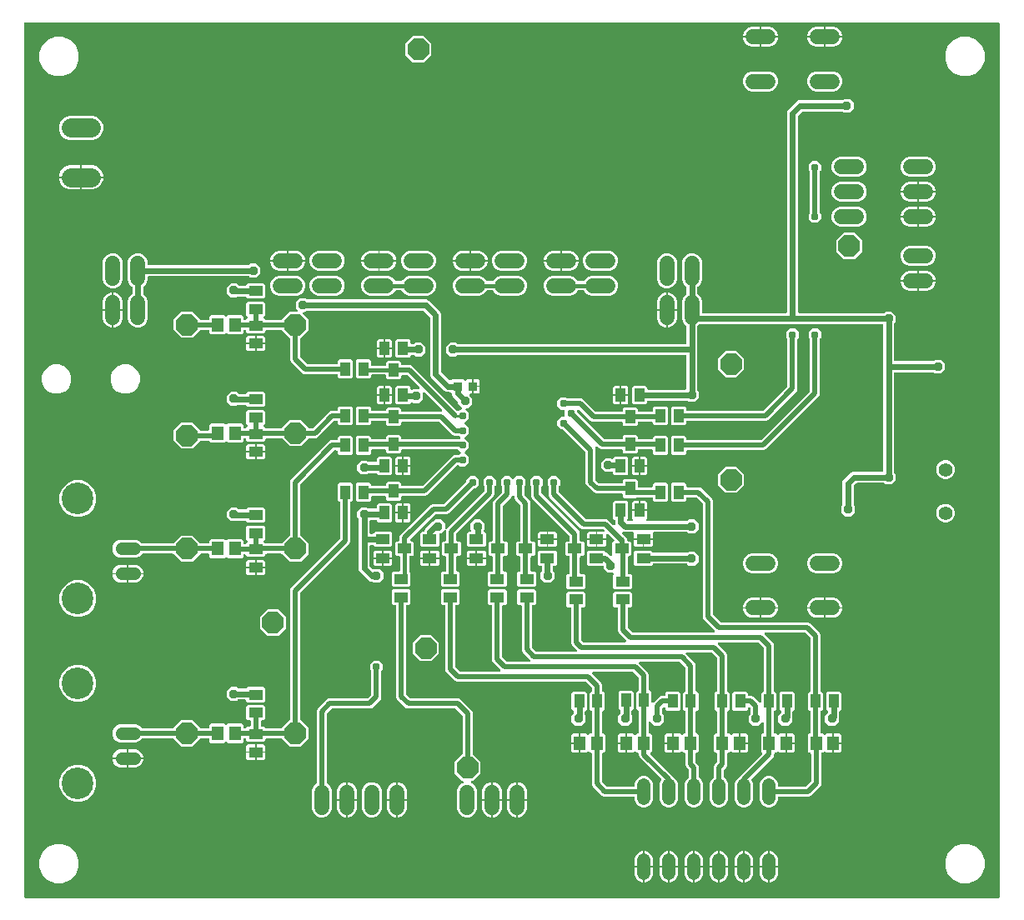
<source format=gbr>
G04 EAGLE Gerber RS-274X export*
G75*
%MOMM*%
%FSLAX34Y34*%
%LPD*%
%INBottom Copper*%
%IPPOS*%
%AMOC8*
5,1,8,0,0,1.08239X$1,22.5*%
G01*
G04 Define Apertures*
%ADD10R,1.164600X1.465300*%
%ADD11R,0.920900X0.970200*%
%ADD12R,1.000000X1.400000*%
%ADD13R,1.400000X1.000000*%
%ADD14C,1.524000*%
%ADD15R,1.420200X1.031200*%
%ADD16R,1.031200X1.420200*%
%ADD17C,1.320800*%
%ADD18P,2.33688X8X22.5*%
%ADD19P,2.33688X8X292.5*%
%ADD20C,1.981200*%
%ADD21C,1.308000*%
%ADD22C,3.216000*%
%ADD23C,1.397000*%
%ADD24P,0.81872X8X22.5*%
%ADD25C,0.406400*%
%ADD26P,0.981078X8X22.5*%
%ADD27C,0.609600*%
%ADD28C,0.508000*%
%ADD29C,0.254000*%
G36*
X994225Y5101D02*
X993730Y5000D01*
X6270Y5000D01*
X5812Y5085D01*
X5386Y5358D01*
X5101Y5775D01*
X5000Y6270D01*
X5000Y893730D01*
X5085Y894188D01*
X5358Y894614D01*
X5775Y894899D01*
X6270Y895000D01*
X993730Y895000D01*
X994188Y894915D01*
X994614Y894642D01*
X994899Y894225D01*
X995000Y893730D01*
X995000Y6270D01*
X994915Y5812D01*
X994642Y5386D01*
X994225Y5101D01*
G37*
%LPC*%
G36*
X799732Y880868D02*
X816750Y880868D01*
X816750Y890266D01*
X807871Y890266D01*
X804137Y888719D01*
X801279Y885861D01*
X799732Y882127D01*
X799732Y880868D01*
G37*
G36*
X734708Y880868D02*
X751726Y880868D01*
X751726Y890266D01*
X742847Y890266D01*
X739113Y888719D01*
X736255Y885861D01*
X734708Y882127D01*
X734708Y880868D01*
G37*
G36*
X753250Y880868D02*
X770268Y880868D01*
X770268Y882127D01*
X768721Y885861D01*
X765863Y888719D01*
X762129Y890266D01*
X753250Y890266D01*
X753250Y880868D01*
G37*
G36*
X818274Y880868D02*
X835292Y880868D01*
X835292Y882127D01*
X833745Y885861D01*
X830887Y888719D01*
X827153Y890266D01*
X818274Y890266D01*
X818274Y880868D01*
G37*
G36*
X399477Y854165D02*
X410524Y854165D01*
X418335Y861977D01*
X418335Y873024D01*
X410524Y880835D01*
X399477Y880835D01*
X391665Y873024D01*
X391665Y861977D01*
X399477Y854165D01*
G37*
G36*
X956022Y840000D02*
X963978Y840000D01*
X971329Y843045D01*
X976955Y848671D01*
X980000Y856022D01*
X980000Y863978D01*
X976955Y871329D01*
X971329Y876955D01*
X963978Y880000D01*
X956022Y880000D01*
X948671Y876955D01*
X943045Y871329D01*
X940000Y863978D01*
X940000Y856022D01*
X943045Y848671D01*
X948671Y843045D01*
X956022Y840000D01*
G37*
G36*
X36022Y840000D02*
X43978Y840000D01*
X51329Y843045D01*
X56955Y848671D01*
X60000Y856022D01*
X60000Y863978D01*
X56955Y871329D01*
X51329Y876955D01*
X43978Y880000D01*
X36022Y880000D01*
X28671Y876955D01*
X23045Y871329D01*
X20000Y863978D01*
X20000Y856022D01*
X23045Y848671D01*
X28671Y843045D01*
X36022Y840000D01*
G37*
G36*
X818274Y869946D02*
X827153Y869946D01*
X830887Y871493D01*
X833745Y874351D01*
X835292Y878085D01*
X835292Y879344D01*
X818274Y879344D01*
X818274Y869946D01*
G37*
G36*
X807871Y869946D02*
X816750Y869946D01*
X816750Y879344D01*
X799732Y879344D01*
X799732Y878085D01*
X801279Y874351D01*
X804137Y871493D01*
X807871Y869946D01*
G37*
G36*
X753250Y869946D02*
X762129Y869946D01*
X765863Y871493D01*
X768721Y874351D01*
X770268Y878085D01*
X770268Y879344D01*
X753250Y879344D01*
X753250Y869946D01*
G37*
G36*
X742847Y869946D02*
X751726Y869946D01*
X751726Y879344D01*
X734708Y879344D01*
X734708Y878085D01*
X736255Y874351D01*
X739113Y871493D01*
X742847Y869946D01*
G37*
G36*
X807871Y824734D02*
X827153Y824734D01*
X830887Y826281D01*
X833745Y829139D01*
X835292Y832873D01*
X835292Y836915D01*
X833745Y840649D01*
X830887Y843507D01*
X827153Y845054D01*
X807871Y845054D01*
X804137Y843507D01*
X801279Y840649D01*
X799732Y836915D01*
X799732Y832873D01*
X801279Y829139D01*
X804137Y826281D01*
X807871Y824734D01*
G37*
G36*
X742847Y824734D02*
X762129Y824734D01*
X765863Y826281D01*
X768721Y829139D01*
X770268Y832873D01*
X770268Y836915D01*
X768721Y840649D01*
X765863Y843507D01*
X762129Y845054D01*
X742847Y845054D01*
X739113Y843507D01*
X736255Y840649D01*
X734708Y836915D01*
X734708Y832873D01*
X736255Y829139D01*
X739113Y826281D01*
X742847Y824734D01*
G37*
G36*
X838321Y392928D02*
X844179Y392928D01*
X848322Y397071D01*
X848322Y402929D01*
X847210Y404041D01*
X846939Y404444D01*
X846838Y404939D01*
X846838Y423409D01*
X846931Y423886D01*
X847210Y424307D01*
X849443Y426540D01*
X849845Y426811D01*
X850341Y426912D01*
X877561Y426912D01*
X878037Y426819D01*
X878459Y426540D01*
X879571Y425428D01*
X885429Y425428D01*
X889572Y429571D01*
X889572Y435429D01*
X888460Y436541D01*
X888189Y436944D01*
X888088Y437439D01*
X888088Y538142D01*
X888173Y538600D01*
X888446Y539026D01*
X888863Y539311D01*
X889358Y539412D01*
X927561Y539412D01*
X928037Y539319D01*
X928459Y539040D01*
X929571Y537928D01*
X935429Y537928D01*
X939572Y542071D01*
X939572Y547929D01*
X935429Y552072D01*
X929571Y552072D01*
X928459Y550960D01*
X928056Y550689D01*
X927561Y550588D01*
X889358Y550588D01*
X888900Y550673D01*
X888474Y550946D01*
X888189Y551363D01*
X888088Y551858D01*
X888088Y588811D01*
X888181Y589287D01*
X888460Y589709D01*
X889572Y590821D01*
X889572Y596679D01*
X885429Y600822D01*
X879571Y600822D01*
X878459Y599710D01*
X878056Y599439D01*
X877561Y599338D01*
X791858Y599338D01*
X791400Y599423D01*
X790974Y599696D01*
X790689Y600113D01*
X790588Y600608D01*
X790588Y799659D01*
X790681Y800136D01*
X790960Y800557D01*
X794443Y804040D01*
X794845Y804311D01*
X795341Y804412D01*
X835061Y804412D01*
X835537Y804319D01*
X835959Y804040D01*
X837071Y802928D01*
X842929Y802928D01*
X847072Y807071D01*
X847072Y812929D01*
X842929Y817072D01*
X837071Y817072D01*
X835959Y815960D01*
X835556Y815689D01*
X835061Y815588D01*
X791388Y815588D01*
X789335Y814737D01*
X780263Y805665D01*
X779412Y803612D01*
X779412Y600608D01*
X779327Y600150D01*
X779054Y599724D01*
X778637Y599439D01*
X778142Y599338D01*
X694130Y599338D01*
X693672Y599423D01*
X693246Y599696D01*
X692961Y600113D01*
X692860Y600608D01*
X692860Y612141D01*
X691313Y615875D01*
X688660Y618528D01*
X688389Y618931D01*
X688288Y619426D01*
X688288Y625574D01*
X688381Y626050D01*
X688660Y626472D01*
X691313Y629125D01*
X692860Y632859D01*
X692860Y652141D01*
X691313Y655875D01*
X688455Y658733D01*
X684721Y660280D01*
X680679Y660280D01*
X676945Y658733D01*
X674087Y655875D01*
X672540Y652141D01*
X672540Y632859D01*
X674087Y629125D01*
X676740Y626472D01*
X677011Y626069D01*
X677112Y625574D01*
X677112Y619426D01*
X677019Y618950D01*
X676740Y618528D01*
X674087Y615875D01*
X672540Y612141D01*
X672540Y592859D01*
X674087Y589125D01*
X676740Y586472D01*
X677011Y586069D01*
X677112Y585574D01*
X677112Y569358D01*
X677027Y568900D01*
X676754Y568474D01*
X676337Y568189D01*
X675842Y568088D01*
X444939Y568088D01*
X444463Y568181D01*
X444041Y568460D01*
X442929Y569572D01*
X437071Y569572D01*
X432928Y565429D01*
X432928Y559571D01*
X437071Y555428D01*
X442929Y555428D01*
X444041Y556540D01*
X444444Y556811D01*
X444939Y556912D01*
X675842Y556912D01*
X676300Y556827D01*
X676726Y556554D01*
X677011Y556137D01*
X677112Y555642D01*
X677112Y522858D01*
X677027Y522400D01*
X676754Y521974D01*
X676337Y521689D01*
X675842Y521588D01*
X638310Y521588D01*
X637852Y521673D01*
X637426Y521946D01*
X637141Y522363D01*
X637040Y522858D01*
X637040Y524052D01*
X635552Y525540D01*
X623448Y525540D01*
X621960Y524052D01*
X621960Y507948D01*
X623448Y506460D01*
X635552Y506460D01*
X637040Y507948D01*
X637040Y509142D01*
X637125Y509600D01*
X637398Y510026D01*
X637815Y510311D01*
X638310Y510412D01*
X678011Y510412D01*
X678487Y510319D01*
X678909Y510040D01*
X679771Y509178D01*
X685629Y509178D01*
X689772Y513321D01*
X689772Y519179D01*
X688660Y520291D01*
X688389Y520694D01*
X688288Y521189D01*
X688288Y585574D01*
X688381Y586050D01*
X688660Y586472D01*
X689978Y587790D01*
X690381Y588061D01*
X690876Y588162D01*
X875642Y588162D01*
X876100Y588077D01*
X876526Y587804D01*
X876811Y587387D01*
X876912Y586892D01*
X876912Y439358D01*
X876827Y438900D01*
X876554Y438474D01*
X876137Y438189D01*
X875642Y438088D01*
X846388Y438088D01*
X844335Y437237D01*
X836513Y429415D01*
X835662Y427362D01*
X835662Y404939D01*
X835569Y404463D01*
X835290Y404041D01*
X834178Y402929D01*
X834178Y397071D01*
X838321Y392928D01*
G37*
G36*
X50118Y775200D02*
X74882Y775200D01*
X79456Y777095D01*
X82957Y780596D01*
X84852Y785170D01*
X84852Y790122D01*
X82957Y794696D01*
X79456Y798197D01*
X74882Y800092D01*
X50118Y800092D01*
X45544Y798197D01*
X42043Y794696D01*
X40148Y790122D01*
X40148Y785170D01*
X42043Y780596D01*
X45544Y777095D01*
X50118Y775200D01*
G37*
G36*
X902859Y737740D02*
X922141Y737740D01*
X925875Y739287D01*
X928733Y742145D01*
X930280Y745879D01*
X930280Y749921D01*
X928733Y753655D01*
X925875Y756513D01*
X922141Y758060D01*
X902859Y758060D01*
X899125Y756513D01*
X896267Y753655D01*
X894720Y749921D01*
X894720Y745879D01*
X896267Y742145D01*
X899125Y739287D01*
X902859Y737740D01*
G37*
G36*
X832859Y737740D02*
X852141Y737740D01*
X855875Y739287D01*
X858733Y742145D01*
X860280Y745879D01*
X860280Y749921D01*
X858733Y753655D01*
X855875Y756513D01*
X852141Y758060D01*
X832859Y758060D01*
X829125Y756513D01*
X826267Y753655D01*
X824720Y749921D01*
X824720Y745879D01*
X826267Y742145D01*
X829125Y739287D01*
X832859Y737740D01*
G37*
G36*
X804881Y691178D02*
X810119Y691178D01*
X813822Y694881D01*
X813822Y700119D01*
X812952Y700989D01*
X812681Y701391D01*
X812580Y701887D01*
X812580Y743113D01*
X812673Y743590D01*
X812952Y744011D01*
X813822Y744881D01*
X813822Y750119D01*
X810119Y753822D01*
X804881Y753822D01*
X801178Y750119D01*
X801178Y744881D01*
X802048Y744011D01*
X802319Y743609D01*
X802420Y743113D01*
X802420Y701887D01*
X802327Y701410D01*
X802048Y700989D01*
X801178Y700119D01*
X801178Y694881D01*
X804881Y691178D01*
G37*
G36*
X40148Y738116D02*
X61738Y738116D01*
X61738Y749800D01*
X50118Y749800D01*
X45544Y747905D01*
X42043Y744404D01*
X40148Y739830D01*
X40148Y738116D01*
G37*
G36*
X63262Y738116D02*
X84852Y738116D01*
X84852Y739830D01*
X82957Y744404D01*
X79456Y747905D01*
X74882Y749800D01*
X63262Y749800D01*
X63262Y738116D01*
G37*
G36*
X63262Y724908D02*
X74882Y724908D01*
X79456Y726803D01*
X82957Y730304D01*
X84852Y734878D01*
X84852Y736592D01*
X63262Y736592D01*
X63262Y724908D01*
G37*
G36*
X50118Y724908D02*
X61738Y724908D01*
X61738Y736592D01*
X40148Y736592D01*
X40148Y734878D01*
X42043Y730304D01*
X45544Y726803D01*
X50118Y724908D01*
G37*
G36*
X832859Y712340D02*
X852141Y712340D01*
X855875Y713887D01*
X858733Y716745D01*
X860280Y720479D01*
X860280Y724521D01*
X858733Y728255D01*
X855875Y731113D01*
X852141Y732660D01*
X832859Y732660D01*
X829125Y731113D01*
X826267Y728255D01*
X824720Y724521D01*
X824720Y720479D01*
X826267Y716745D01*
X829125Y713887D01*
X832859Y712340D01*
G37*
G36*
X894720Y723262D02*
X911738Y723262D01*
X911738Y732660D01*
X902859Y732660D01*
X899125Y731113D01*
X896267Y728255D01*
X894720Y724521D01*
X894720Y723262D01*
G37*
G36*
X913262Y723262D02*
X930280Y723262D01*
X930280Y724521D01*
X928733Y728255D01*
X925875Y731113D01*
X922141Y732660D01*
X913262Y732660D01*
X913262Y723262D01*
G37*
G36*
X913262Y712340D02*
X922141Y712340D01*
X925875Y713887D01*
X928733Y716745D01*
X930280Y720479D01*
X930280Y721738D01*
X913262Y721738D01*
X913262Y712340D01*
G37*
G36*
X902859Y712340D02*
X911738Y712340D01*
X911738Y721738D01*
X894720Y721738D01*
X894720Y720479D01*
X896267Y716745D01*
X899125Y713887D01*
X902859Y712340D01*
G37*
G36*
X913262Y697862D02*
X930280Y697862D01*
X930280Y699121D01*
X928733Y702855D01*
X925875Y705713D01*
X922141Y707260D01*
X913262Y707260D01*
X913262Y697862D01*
G37*
G36*
X832859Y686940D02*
X852141Y686940D01*
X855875Y688487D01*
X858733Y691345D01*
X860280Y695079D01*
X860280Y699121D01*
X858733Y702855D01*
X855875Y705713D01*
X852141Y707260D01*
X832859Y707260D01*
X829125Y705713D01*
X826267Y702855D01*
X824720Y699121D01*
X824720Y695079D01*
X826267Y691345D01*
X829125Y688487D01*
X832859Y686940D01*
G37*
G36*
X894720Y697862D02*
X911738Y697862D01*
X911738Y707260D01*
X902859Y707260D01*
X899125Y705713D01*
X896267Y702855D01*
X894720Y699121D01*
X894720Y697862D01*
G37*
G36*
X913262Y686940D02*
X922141Y686940D01*
X925875Y688487D01*
X928733Y691345D01*
X930280Y695079D01*
X930280Y696338D01*
X913262Y696338D01*
X913262Y686940D01*
G37*
G36*
X902859Y686940D02*
X911738Y686940D01*
X911738Y696338D01*
X894720Y696338D01*
X894720Y695079D01*
X896267Y691345D01*
X899125Y688487D01*
X902859Y686940D01*
G37*
G36*
X836977Y654165D02*
X848024Y654165D01*
X855835Y661977D01*
X855835Y673024D01*
X848024Y680835D01*
X836977Y680835D01*
X829165Y673024D01*
X829165Y661977D01*
X836977Y654165D01*
G37*
G36*
X902859Y647540D02*
X922141Y647540D01*
X925875Y649087D01*
X928733Y651945D01*
X930280Y655679D01*
X930280Y659721D01*
X928733Y663455D01*
X925875Y666313D01*
X922141Y667860D01*
X902859Y667860D01*
X899125Y666313D01*
X896267Y663455D01*
X894720Y659721D01*
X894720Y655679D01*
X896267Y651945D01*
X899125Y649087D01*
X902859Y647540D01*
G37*
G36*
X254720Y653462D02*
X271738Y653462D01*
X271738Y662860D01*
X262859Y662860D01*
X259125Y661313D01*
X256267Y658455D01*
X254720Y654721D01*
X254720Y653462D01*
G37*
G36*
X302859Y642540D02*
X322141Y642540D01*
X325875Y644087D01*
X328733Y646945D01*
X330280Y650679D01*
X330280Y654721D01*
X328733Y658455D01*
X325875Y661313D01*
X322141Y662860D01*
X302859Y662860D01*
X299125Y661313D01*
X296267Y658455D01*
X294720Y654721D01*
X294720Y650679D01*
X296267Y646945D01*
X299125Y644087D01*
X302859Y642540D01*
G37*
G36*
X580359Y642540D02*
X599641Y642540D01*
X603375Y644087D01*
X606233Y646945D01*
X607780Y650679D01*
X607780Y654721D01*
X606233Y658455D01*
X603375Y661313D01*
X599641Y662860D01*
X580359Y662860D01*
X576625Y661313D01*
X573767Y658455D01*
X572220Y654721D01*
X572220Y650679D01*
X573767Y646945D01*
X576625Y644087D01*
X580359Y642540D01*
G37*
G36*
X532220Y653462D02*
X549238Y653462D01*
X549238Y662860D01*
X540359Y662860D01*
X536625Y661313D01*
X533767Y658455D01*
X532220Y654721D01*
X532220Y653462D01*
G37*
G36*
X273262Y653462D02*
X290280Y653462D01*
X290280Y654721D01*
X288733Y658455D01*
X285875Y661313D01*
X282141Y662860D01*
X273262Y662860D01*
X273262Y653462D01*
G37*
G36*
X487859Y642540D02*
X507141Y642540D01*
X510875Y644087D01*
X513733Y646945D01*
X515280Y650679D01*
X515280Y654721D01*
X513733Y658455D01*
X510875Y661313D01*
X507141Y662860D01*
X487859Y662860D01*
X484125Y661313D01*
X481267Y658455D01*
X479720Y654721D01*
X479720Y650679D01*
X481267Y646945D01*
X484125Y644087D01*
X487859Y642540D01*
G37*
G36*
X395359Y642540D02*
X414641Y642540D01*
X418375Y644087D01*
X421233Y646945D01*
X422780Y650679D01*
X422780Y654721D01*
X421233Y658455D01*
X418375Y661313D01*
X414641Y662860D01*
X395359Y662860D01*
X391625Y661313D01*
X388767Y658455D01*
X387220Y654721D01*
X387220Y650679D01*
X388767Y646945D01*
X391625Y644087D01*
X395359Y642540D01*
G37*
G36*
X550762Y653462D02*
X567780Y653462D01*
X567780Y654721D01*
X566233Y658455D01*
X563375Y661313D01*
X559641Y662860D01*
X550762Y662860D01*
X550762Y653462D01*
G37*
G36*
X365762Y653462D02*
X382780Y653462D01*
X382780Y654721D01*
X381233Y658455D01*
X378375Y661313D01*
X374641Y662860D01*
X365762Y662860D01*
X365762Y653462D01*
G37*
G36*
X458262Y653462D02*
X475280Y653462D01*
X475280Y654721D01*
X473733Y658455D01*
X470875Y661313D01*
X467141Y662860D01*
X458262Y662860D01*
X458262Y653462D01*
G37*
G36*
X347220Y653462D02*
X364238Y653462D01*
X364238Y662860D01*
X355359Y662860D01*
X351625Y661313D01*
X348767Y658455D01*
X347220Y654721D01*
X347220Y653462D01*
G37*
G36*
X439720Y653462D02*
X456738Y653462D01*
X456738Y662860D01*
X447859Y662860D01*
X444125Y661313D01*
X441267Y658455D01*
X439720Y654721D01*
X439720Y653462D01*
G37*
G36*
X118179Y584720D02*
X122221Y584720D01*
X125955Y586267D01*
X128813Y589125D01*
X130360Y592859D01*
X130360Y612141D01*
X128813Y615875D01*
X126160Y618528D01*
X125889Y618931D01*
X125788Y619426D01*
X125788Y625574D01*
X125881Y626050D01*
X126160Y626472D01*
X128813Y629125D01*
X130360Y632859D01*
X130360Y635642D01*
X130445Y636100D01*
X130718Y636526D01*
X131135Y636811D01*
X131630Y636912D01*
X232561Y636912D01*
X233037Y636819D01*
X233459Y636540D01*
X234571Y635428D01*
X240429Y635428D01*
X244572Y639571D01*
X244572Y645429D01*
X240429Y649572D01*
X234571Y649572D01*
X233459Y648460D01*
X233056Y648189D01*
X232561Y648088D01*
X131630Y648088D01*
X131172Y648173D01*
X130746Y648446D01*
X130461Y648863D01*
X130360Y649358D01*
X130360Y652141D01*
X128813Y655875D01*
X125955Y658733D01*
X122221Y660280D01*
X118179Y660280D01*
X114445Y658733D01*
X111587Y655875D01*
X110040Y652141D01*
X110040Y632859D01*
X111587Y629125D01*
X114240Y626472D01*
X114511Y626069D01*
X114612Y625574D01*
X114612Y619426D01*
X114519Y618950D01*
X114240Y618528D01*
X111587Y615875D01*
X110040Y612141D01*
X110040Y592859D01*
X111587Y589125D01*
X114445Y586267D01*
X118179Y584720D01*
G37*
G36*
X655279Y624720D02*
X659321Y624720D01*
X663055Y626267D01*
X665913Y629125D01*
X667460Y632859D01*
X667460Y652141D01*
X665913Y655875D01*
X663055Y658733D01*
X659321Y660280D01*
X655279Y660280D01*
X651545Y658733D01*
X648687Y655875D01*
X647140Y652141D01*
X647140Y632859D01*
X648687Y629125D01*
X651545Y626267D01*
X655279Y624720D01*
G37*
G36*
X92779Y624720D02*
X96821Y624720D01*
X100555Y626267D01*
X103413Y629125D01*
X104960Y632859D01*
X104960Y652141D01*
X103413Y655875D01*
X100555Y658733D01*
X96821Y660280D01*
X92779Y660280D01*
X89045Y658733D01*
X86187Y655875D01*
X84640Y652141D01*
X84640Y632859D01*
X86187Y629125D01*
X89045Y626267D01*
X92779Y624720D01*
G37*
G36*
X273262Y642540D02*
X282141Y642540D01*
X285875Y644087D01*
X288733Y646945D01*
X290280Y650679D01*
X290280Y651938D01*
X273262Y651938D01*
X273262Y642540D01*
G37*
G36*
X550762Y642540D02*
X559641Y642540D01*
X563375Y644087D01*
X566233Y646945D01*
X567780Y650679D01*
X567780Y651938D01*
X550762Y651938D01*
X550762Y642540D01*
G37*
G36*
X540359Y642540D02*
X549238Y642540D01*
X549238Y651938D01*
X532220Y651938D01*
X532220Y650679D01*
X533767Y646945D01*
X536625Y644087D01*
X540359Y642540D01*
G37*
G36*
X458262Y642540D02*
X467141Y642540D01*
X470875Y644087D01*
X473733Y646945D01*
X475280Y650679D01*
X475280Y651938D01*
X458262Y651938D01*
X458262Y642540D01*
G37*
G36*
X447859Y642540D02*
X456738Y642540D01*
X456738Y651938D01*
X439720Y651938D01*
X439720Y650679D01*
X441267Y646945D01*
X444125Y644087D01*
X447859Y642540D01*
G37*
G36*
X365762Y642540D02*
X374641Y642540D01*
X378375Y644087D01*
X381233Y646945D01*
X382780Y650679D01*
X382780Y651938D01*
X365762Y651938D01*
X365762Y642540D01*
G37*
G36*
X355359Y642540D02*
X364238Y642540D01*
X364238Y651938D01*
X347220Y651938D01*
X347220Y650679D01*
X348767Y646945D01*
X351625Y644087D01*
X355359Y642540D01*
G37*
G36*
X262859Y642540D02*
X271738Y642540D01*
X271738Y651938D01*
X254720Y651938D01*
X254720Y650679D01*
X256267Y646945D01*
X259125Y644087D01*
X262859Y642540D01*
G37*
G36*
X894720Y633062D02*
X911738Y633062D01*
X911738Y642460D01*
X902859Y642460D01*
X899125Y640913D01*
X896267Y638055D01*
X894720Y634321D01*
X894720Y633062D01*
G37*
G36*
X913262Y633062D02*
X930280Y633062D01*
X930280Y634321D01*
X928733Y638055D01*
X925875Y640913D01*
X922141Y642460D01*
X913262Y642460D01*
X913262Y633062D01*
G37*
G36*
X262859Y617140D02*
X282141Y617140D01*
X285875Y618687D01*
X288733Y621545D01*
X290280Y625279D01*
X290280Y629321D01*
X288733Y633055D01*
X285875Y635913D01*
X282141Y637460D01*
X262859Y637460D01*
X259125Y635913D01*
X256267Y633055D01*
X254720Y629321D01*
X254720Y625279D01*
X256267Y621545D01*
X259125Y618687D01*
X262859Y617140D01*
G37*
G36*
X540359Y617140D02*
X559641Y617140D01*
X563375Y618687D01*
X566233Y621545D01*
X566399Y621944D01*
X566660Y622342D01*
X567077Y622627D01*
X567572Y622728D01*
X572428Y622728D01*
X572895Y622639D01*
X573319Y622363D01*
X573601Y621944D01*
X573767Y621545D01*
X576625Y618687D01*
X580359Y617140D01*
X599641Y617140D01*
X603375Y618687D01*
X606233Y621545D01*
X607780Y625279D01*
X607780Y629321D01*
X606233Y633055D01*
X603375Y635913D01*
X599641Y637460D01*
X580359Y637460D01*
X576625Y635913D01*
X573767Y633055D01*
X573601Y632656D01*
X573340Y632258D01*
X572923Y631973D01*
X572428Y631872D01*
X567572Y631872D01*
X567105Y631961D01*
X566681Y632237D01*
X566399Y632656D01*
X566233Y633055D01*
X563375Y635913D01*
X559641Y637460D01*
X540359Y637460D01*
X536625Y635913D01*
X533767Y633055D01*
X532220Y629321D01*
X532220Y625279D01*
X533767Y621545D01*
X536625Y618687D01*
X540359Y617140D01*
G37*
G36*
X302859Y617140D02*
X322141Y617140D01*
X325875Y618687D01*
X328733Y621545D01*
X330280Y625279D01*
X330280Y629321D01*
X328733Y633055D01*
X325875Y635913D01*
X322141Y637460D01*
X302859Y637460D01*
X299125Y635913D01*
X296267Y633055D01*
X294720Y629321D01*
X294720Y625279D01*
X296267Y621545D01*
X299125Y618687D01*
X302859Y617140D01*
G37*
G36*
X447859Y617140D02*
X467141Y617140D01*
X470875Y618687D01*
X473733Y621545D01*
X473899Y621944D01*
X474160Y622342D01*
X474577Y622627D01*
X475072Y622728D01*
X479928Y622728D01*
X480395Y622639D01*
X480819Y622363D01*
X481101Y621944D01*
X481267Y621545D01*
X484125Y618687D01*
X487859Y617140D01*
X507141Y617140D01*
X510875Y618687D01*
X513733Y621545D01*
X515280Y625279D01*
X515280Y629321D01*
X513733Y633055D01*
X510875Y635913D01*
X507141Y637460D01*
X487859Y637460D01*
X484125Y635913D01*
X481267Y633055D01*
X481101Y632656D01*
X480840Y632258D01*
X480423Y631973D01*
X479928Y631872D01*
X475072Y631872D01*
X474605Y631961D01*
X474181Y632237D01*
X473899Y632656D01*
X473733Y633055D01*
X470875Y635913D01*
X467141Y637460D01*
X447859Y637460D01*
X444125Y635913D01*
X441267Y633055D01*
X439720Y629321D01*
X439720Y625279D01*
X441267Y621545D01*
X444125Y618687D01*
X447859Y617140D01*
G37*
G36*
X355359Y617140D02*
X374641Y617140D01*
X378375Y618687D01*
X381233Y621545D01*
X381399Y621944D01*
X381660Y622342D01*
X382077Y622627D01*
X382572Y622728D01*
X387428Y622728D01*
X387895Y622639D01*
X388319Y622363D01*
X388601Y621944D01*
X388767Y621545D01*
X391625Y618687D01*
X395359Y617140D01*
X414641Y617140D01*
X418375Y618687D01*
X421233Y621545D01*
X422780Y625279D01*
X422780Y629321D01*
X421233Y633055D01*
X418375Y635913D01*
X414641Y637460D01*
X395359Y637460D01*
X391625Y635913D01*
X388767Y633055D01*
X388601Y632656D01*
X388340Y632258D01*
X387923Y631973D01*
X387428Y631872D01*
X382572Y631872D01*
X382105Y631961D01*
X381681Y632237D01*
X381399Y632656D01*
X381233Y633055D01*
X378375Y635913D01*
X374641Y637460D01*
X355359Y637460D01*
X351625Y635913D01*
X348767Y633055D01*
X347220Y629321D01*
X347220Y625279D01*
X348767Y621545D01*
X351625Y618687D01*
X355359Y617140D01*
G37*
G36*
X913262Y622140D02*
X922141Y622140D01*
X925875Y623687D01*
X928733Y626545D01*
X930280Y630279D01*
X930280Y631538D01*
X913262Y631538D01*
X913262Y622140D01*
G37*
G36*
X902859Y622140D02*
X911738Y622140D01*
X911738Y631538D01*
X894720Y631538D01*
X894720Y630279D01*
X896267Y626545D01*
X899125Y623687D01*
X902859Y622140D01*
G37*
G36*
X231847Y613999D02*
X248153Y613999D01*
X249641Y615487D01*
X249641Y627903D01*
X248153Y629391D01*
X231847Y629391D01*
X230111Y627655D01*
X229708Y627384D01*
X229213Y627283D01*
X223244Y627283D01*
X222768Y627376D01*
X222346Y627655D01*
X220429Y629572D01*
X214571Y629572D01*
X210428Y625429D01*
X210428Y619571D01*
X214571Y615428D01*
X220429Y615428D01*
X220736Y615735D01*
X221139Y616006D01*
X221634Y616107D01*
X229213Y616107D01*
X229689Y616014D01*
X230111Y615735D01*
X231847Y613999D01*
G37*
G36*
X95562Y603262D02*
X104960Y603262D01*
X104960Y612141D01*
X103413Y615875D01*
X100555Y618733D01*
X96821Y620280D01*
X95562Y620280D01*
X95562Y603262D01*
G37*
G36*
X658062Y603262D02*
X667460Y603262D01*
X667460Y612141D01*
X665913Y615875D01*
X663055Y618733D01*
X659321Y620280D01*
X658062Y620280D01*
X658062Y603262D01*
G37*
G36*
X647140Y603262D02*
X656538Y603262D01*
X656538Y620280D01*
X655279Y620280D01*
X651545Y618733D01*
X648687Y615875D01*
X647140Y612141D01*
X647140Y603262D01*
G37*
G36*
X84640Y603262D02*
X94038Y603262D01*
X94038Y620280D01*
X92779Y620280D01*
X89045Y618733D01*
X86187Y615875D01*
X84640Y612141D01*
X84640Y603262D01*
G37*
G36*
X342987Y407859D02*
X355403Y407859D01*
X356891Y409347D01*
X356891Y412150D01*
X356976Y412608D01*
X357249Y413034D01*
X357666Y413319D01*
X358161Y413420D01*
X371190Y413420D01*
X371648Y413335D01*
X372074Y413062D01*
X372359Y412645D01*
X372460Y412150D01*
X372460Y410448D01*
X373948Y408960D01*
X386052Y408960D01*
X387540Y410448D01*
X387540Y412150D01*
X387625Y412608D01*
X387898Y413034D01*
X388315Y413319D01*
X388810Y413420D01*
X412010Y413420D01*
X413878Y414193D01*
X444232Y444548D01*
X444635Y444819D01*
X445130Y444920D01*
X445613Y444920D01*
X446090Y444827D01*
X446511Y444548D01*
X447381Y443678D01*
X452619Y443678D01*
X456322Y447381D01*
X456322Y452619D01*
X452339Y456602D01*
X452075Y456986D01*
X451967Y457480D01*
X452060Y457977D01*
X452339Y458398D01*
X456322Y462381D01*
X456322Y467619D01*
X452339Y471602D01*
X452075Y471986D01*
X451967Y472480D01*
X452060Y472977D01*
X452339Y473398D01*
X456322Y477381D01*
X456322Y482619D01*
X452339Y486602D01*
X452075Y486986D01*
X451967Y487480D01*
X452060Y487977D01*
X452339Y488398D01*
X456322Y492381D01*
X456322Y497619D01*
X453181Y500760D01*
X452926Y501126D01*
X452809Y501618D01*
X452894Y502116D01*
X453166Y502542D01*
X453583Y502827D01*
X454079Y502928D01*
X455429Y502928D01*
X459572Y507071D01*
X459572Y512929D01*
X457060Y515441D01*
X456805Y515807D01*
X456689Y516299D01*
X456774Y516797D01*
X457046Y517223D01*
X457463Y517508D01*
X457958Y517609D01*
X459484Y517609D01*
X459484Y532391D01*
X454589Y532391D01*
X453398Y531200D01*
X453014Y530936D01*
X452520Y530828D01*
X452023Y530921D01*
X451602Y531200D01*
X450411Y532391D01*
X439097Y532391D01*
X438080Y531373D01*
X437695Y531110D01*
X437202Y531001D01*
X436705Y531094D01*
X436284Y531373D01*
X428460Y539197D01*
X428189Y539599D01*
X428088Y540095D01*
X428088Y598612D01*
X427237Y600665D01*
X415665Y612237D01*
X413612Y613088D01*
X292439Y613088D01*
X291963Y613181D01*
X291541Y613460D01*
X290429Y614572D01*
X284571Y614572D01*
X280428Y610429D01*
X280428Y604571D01*
X281996Y603003D01*
X282251Y602637D01*
X282367Y602145D01*
X282282Y601647D01*
X282010Y601221D01*
X281593Y600936D01*
X281098Y600835D01*
X274477Y600835D01*
X266593Y592952D01*
X266191Y592681D01*
X265695Y592580D01*
X250490Y592580D01*
X250014Y592673D01*
X249592Y592952D01*
X248442Y594102D01*
X248179Y594486D01*
X248070Y594980D01*
X248163Y595477D01*
X248442Y595898D01*
X249641Y597097D01*
X249641Y609513D01*
X248153Y611001D01*
X231847Y611001D01*
X230359Y609513D01*
X230359Y597097D01*
X231558Y595898D01*
X231821Y595514D01*
X231930Y595020D01*
X231837Y594523D01*
X231558Y594102D01*
X230408Y592952D01*
X230005Y592681D01*
X229510Y592580D01*
X228387Y592580D01*
X227929Y592665D01*
X227503Y592938D01*
X227218Y593355D01*
X227117Y593850D01*
X227117Y595879D01*
X225629Y597367D01*
X211879Y597367D01*
X210898Y596386D01*
X210514Y596122D01*
X210020Y596014D01*
X209523Y596107D01*
X209102Y596386D01*
X208121Y597367D01*
X194371Y597367D01*
X192883Y595879D01*
X192883Y593850D01*
X192798Y593392D01*
X192525Y592966D01*
X192108Y592681D01*
X191613Y592580D01*
X184305Y592580D01*
X183828Y592673D01*
X183407Y592952D01*
X175524Y600835D01*
X164477Y600835D01*
X156665Y593024D01*
X156665Y581977D01*
X164477Y574165D01*
X175524Y574165D01*
X183407Y582048D01*
X183809Y582319D01*
X184305Y582420D01*
X191613Y582420D01*
X192071Y582335D01*
X192497Y582062D01*
X192782Y581645D01*
X192883Y581150D01*
X192883Y579121D01*
X194371Y577634D01*
X208121Y577634D01*
X209102Y578614D01*
X209486Y578878D01*
X209980Y578986D01*
X210477Y578894D01*
X210898Y578614D01*
X211879Y577634D01*
X225629Y577634D01*
X227117Y579121D01*
X227117Y581150D01*
X227202Y581608D01*
X227475Y582034D01*
X227892Y582319D01*
X228387Y582420D01*
X229089Y582420D01*
X229547Y582335D01*
X229973Y582062D01*
X230258Y581645D01*
X230359Y581150D01*
X230359Y580487D01*
X231847Y578999D01*
X248153Y578999D01*
X249641Y580487D01*
X249641Y581150D01*
X249726Y581608D01*
X249999Y582034D01*
X250416Y582319D01*
X250911Y582420D01*
X265695Y582420D01*
X266172Y582327D01*
X266593Y582048D01*
X274548Y574093D01*
X274819Y573691D01*
X274920Y573195D01*
X274920Y551490D01*
X275693Y549622D01*
X287122Y538193D01*
X288990Y537420D01*
X321839Y537420D01*
X322297Y537335D01*
X322723Y537062D01*
X323008Y536645D01*
X323109Y536150D01*
X323109Y534347D01*
X324597Y532859D01*
X337013Y532859D01*
X338501Y534347D01*
X338501Y550653D01*
X337013Y552141D01*
X324597Y552141D01*
X323109Y550653D01*
X323109Y548850D01*
X323024Y548392D01*
X322751Y547966D01*
X322334Y547681D01*
X321839Y547580D01*
X292630Y547580D01*
X292154Y547673D01*
X291732Y547952D01*
X285452Y554232D01*
X285181Y554635D01*
X285080Y555130D01*
X285080Y573195D01*
X285173Y573672D01*
X285452Y574093D01*
X293335Y581977D01*
X293335Y593024D01*
X288099Y598260D01*
X287844Y598626D01*
X287727Y599118D01*
X287812Y599616D01*
X288084Y600042D01*
X288501Y600327D01*
X288997Y600428D01*
X290429Y600428D01*
X291541Y601540D01*
X291944Y601811D01*
X292439Y601912D01*
X409659Y601912D01*
X410136Y601819D01*
X410557Y601540D01*
X416540Y595557D01*
X416811Y595155D01*
X416912Y594659D01*
X416912Y536142D01*
X417763Y534089D01*
X431835Y520017D01*
X433888Y519166D01*
X437014Y519166D01*
X437491Y519073D01*
X437912Y518794D01*
X438794Y517912D01*
X439065Y517510D01*
X439166Y517014D01*
X439166Y516634D01*
X440017Y514581D01*
X445056Y509541D01*
X445327Y509139D01*
X445428Y508643D01*
X445428Y507071D01*
X449009Y503490D01*
X449264Y503124D01*
X449380Y502632D01*
X449295Y502134D01*
X449023Y501708D01*
X448606Y501423D01*
X448111Y501322D01*
X447381Y501322D01*
X446270Y500210D01*
X445886Y499947D01*
X445392Y499839D01*
X444895Y499931D01*
X444474Y500210D01*
X398878Y545807D01*
X397010Y546580D01*
X388810Y546580D01*
X388352Y546665D01*
X387926Y546938D01*
X387641Y547355D01*
X387540Y547850D01*
X387540Y549552D01*
X386052Y551040D01*
X373948Y551040D01*
X372460Y549552D01*
X372460Y547342D01*
X372375Y546884D01*
X372102Y546458D01*
X371685Y546173D01*
X371190Y546072D01*
X358161Y546072D01*
X357703Y546157D01*
X357277Y546430D01*
X356992Y546847D01*
X356891Y547342D01*
X356891Y550653D01*
X355403Y552141D01*
X342987Y552141D01*
X341499Y550653D01*
X341499Y534347D01*
X342987Y532859D01*
X355403Y532859D01*
X356891Y534347D01*
X356891Y535658D01*
X356976Y536116D01*
X357249Y536542D01*
X357666Y536827D01*
X358161Y536928D01*
X371190Y536928D01*
X371648Y536843D01*
X372074Y536570D01*
X372359Y536153D01*
X372460Y535658D01*
X372460Y533448D01*
X373948Y531960D01*
X386052Y531960D01*
X387540Y533448D01*
X387540Y535150D01*
X387625Y535608D01*
X387898Y536034D01*
X388315Y536319D01*
X388810Y536420D01*
X393370Y536420D01*
X393846Y536327D01*
X394268Y536048D01*
X406076Y524240D01*
X406331Y523874D01*
X406447Y523382D01*
X406362Y522884D01*
X406090Y522458D01*
X405673Y522173D01*
X405178Y522072D01*
X399571Y522072D01*
X399208Y521709D01*
X398842Y521454D01*
X398350Y521338D01*
X397852Y521423D01*
X397426Y521695D01*
X397141Y522112D01*
X397040Y522607D01*
X397040Y524052D01*
X395552Y525540D01*
X383448Y525540D01*
X381960Y524052D01*
X381960Y507948D01*
X383448Y506460D01*
X395552Y506460D01*
X397397Y508305D01*
X397781Y508569D01*
X398275Y508677D01*
X398772Y508584D01*
X399193Y508305D01*
X399571Y507928D01*
X405429Y507928D01*
X409572Y512071D01*
X409572Y517678D01*
X409650Y518117D01*
X409916Y518547D01*
X410328Y518839D01*
X410822Y518948D01*
X411319Y518855D01*
X411740Y518576D01*
X429068Y501248D01*
X429323Y500882D01*
X429439Y500390D01*
X429354Y499892D01*
X429082Y499466D01*
X428665Y499181D01*
X428170Y499080D01*
X388810Y499080D01*
X388352Y499165D01*
X387926Y499438D01*
X387641Y499855D01*
X387540Y500350D01*
X387540Y502052D01*
X386052Y503540D01*
X373948Y503540D01*
X372460Y502052D01*
X372460Y501350D01*
X372375Y500892D01*
X372102Y500466D01*
X371685Y500181D01*
X371190Y500080D01*
X358161Y500080D01*
X357703Y500165D01*
X357277Y500438D01*
X356992Y500855D01*
X356891Y501350D01*
X356891Y503153D01*
X355403Y504641D01*
X342987Y504641D01*
X341499Y503153D01*
X341499Y486847D01*
X342987Y485359D01*
X355403Y485359D01*
X356891Y486847D01*
X356891Y488650D01*
X356976Y489108D01*
X357249Y489534D01*
X357666Y489819D01*
X358161Y489920D01*
X371190Y489920D01*
X371648Y489835D01*
X372074Y489562D01*
X372359Y489145D01*
X372460Y488650D01*
X372460Y485948D01*
X373948Y484460D01*
X386052Y484460D01*
X387540Y485948D01*
X387540Y487650D01*
X387625Y488108D01*
X387898Y488534D01*
X388315Y488819D01*
X388810Y488920D01*
X425870Y488920D01*
X426346Y488827D01*
X426768Y488548D01*
X439622Y475693D01*
X441490Y474920D01*
X445613Y474920D01*
X446090Y474827D01*
X446511Y474548D01*
X447661Y473398D01*
X447925Y473014D01*
X448033Y472520D01*
X447940Y472023D01*
X447661Y471602D01*
X447511Y471452D01*
X447109Y471181D01*
X446613Y471080D01*
X388810Y471080D01*
X388352Y471165D01*
X387926Y471438D01*
X387641Y471855D01*
X387540Y472350D01*
X387540Y474052D01*
X386052Y475540D01*
X373948Y475540D01*
X372460Y474052D01*
X372460Y472350D01*
X372375Y471892D01*
X372102Y471466D01*
X371685Y471181D01*
X371190Y471080D01*
X358161Y471080D01*
X357703Y471165D01*
X357277Y471438D01*
X356992Y471855D01*
X356891Y472350D01*
X356891Y473153D01*
X355403Y474641D01*
X342987Y474641D01*
X341499Y473153D01*
X341499Y456847D01*
X342987Y455359D01*
X355403Y455359D01*
X356891Y456847D01*
X356891Y459650D01*
X356976Y460108D01*
X357249Y460534D01*
X357666Y460819D01*
X358161Y460920D01*
X371190Y460920D01*
X371648Y460835D01*
X372074Y460562D01*
X372359Y460145D01*
X372460Y459650D01*
X372460Y457948D01*
X373948Y456460D01*
X386052Y456460D01*
X387540Y457948D01*
X387540Y459650D01*
X387625Y460108D01*
X387898Y460534D01*
X388315Y460819D01*
X388810Y460920D01*
X444613Y460920D01*
X445090Y460827D01*
X445511Y460548D01*
X447661Y458398D01*
X447925Y458014D01*
X448033Y457520D01*
X447940Y457023D01*
X447661Y456602D01*
X446511Y455452D01*
X446109Y455181D01*
X445613Y455080D01*
X441490Y455080D01*
X439622Y454307D01*
X409268Y423952D01*
X408865Y423681D01*
X408370Y423580D01*
X388810Y423580D01*
X388352Y423665D01*
X387926Y423938D01*
X387641Y424355D01*
X387540Y424850D01*
X387540Y426552D01*
X386052Y428040D01*
X373948Y428040D01*
X372460Y426552D01*
X372460Y424850D01*
X372375Y424392D01*
X372102Y423966D01*
X371685Y423681D01*
X371190Y423580D01*
X358161Y423580D01*
X357703Y423665D01*
X357277Y423938D01*
X356992Y424355D01*
X356891Y424850D01*
X356891Y425653D01*
X355403Y427141D01*
X342987Y427141D01*
X341499Y425653D01*
X341499Y409347D01*
X342987Y407859D01*
G37*
G36*
X658062Y584720D02*
X659321Y584720D01*
X663055Y586267D01*
X665913Y589125D01*
X667460Y592859D01*
X667460Y601738D01*
X658062Y601738D01*
X658062Y584720D01*
G37*
G36*
X655279Y584720D02*
X656538Y584720D01*
X656538Y601738D01*
X647140Y601738D01*
X647140Y592859D01*
X648687Y589125D01*
X651545Y586267D01*
X655279Y584720D01*
G37*
G36*
X95562Y584720D02*
X96821Y584720D01*
X100555Y586267D01*
X103413Y589125D01*
X104960Y592859D01*
X104960Y601738D01*
X95562Y601738D01*
X95562Y584720D01*
G37*
G36*
X92779Y584720D02*
X94038Y584720D01*
X94038Y601738D01*
X84640Y601738D01*
X84640Y592859D01*
X86187Y589125D01*
X89045Y586267D01*
X92779Y584720D01*
G37*
G36*
X662987Y455359D02*
X675403Y455359D01*
X676891Y456847D01*
X676891Y458650D01*
X676976Y459108D01*
X677249Y459534D01*
X677666Y459819D01*
X678161Y459920D01*
X756010Y459920D01*
X757878Y460693D01*
X811807Y514622D01*
X812580Y516490D01*
X812580Y573113D01*
X812673Y573590D01*
X812952Y574011D01*
X813822Y574881D01*
X813822Y580119D01*
X810119Y583822D01*
X804881Y583822D01*
X801178Y580119D01*
X801178Y574881D01*
X802048Y574011D01*
X802319Y573609D01*
X802420Y573113D01*
X802420Y520130D01*
X802327Y519654D01*
X802048Y519232D01*
X753268Y470452D01*
X752865Y470181D01*
X752370Y470080D01*
X678161Y470080D01*
X677703Y470165D01*
X677277Y470438D01*
X676992Y470855D01*
X676891Y471350D01*
X676891Y473153D01*
X675403Y474641D01*
X662987Y474641D01*
X661499Y473153D01*
X661499Y456847D01*
X662987Y455359D01*
G37*
G36*
X662987Y485359D02*
X675403Y485359D01*
X676891Y486847D01*
X676891Y488650D01*
X676976Y489108D01*
X677249Y489534D01*
X677666Y489819D01*
X678161Y489920D01*
X758510Y489920D01*
X760378Y490693D01*
X789307Y519622D01*
X790080Y521490D01*
X790080Y573113D01*
X790173Y573590D01*
X790452Y574011D01*
X791322Y574881D01*
X791322Y580119D01*
X787619Y583822D01*
X782381Y583822D01*
X778678Y580119D01*
X778678Y574881D01*
X779548Y574011D01*
X779819Y573609D01*
X779920Y573113D01*
X779920Y525130D01*
X779827Y524654D01*
X779548Y524232D01*
X755768Y500452D01*
X755365Y500181D01*
X754870Y500080D01*
X678161Y500080D01*
X677703Y500165D01*
X677277Y500438D01*
X676992Y500855D01*
X676891Y501350D01*
X676891Y503153D01*
X675403Y504641D01*
X662987Y504641D01*
X661499Y503153D01*
X661499Y486847D01*
X662987Y485359D01*
G37*
G36*
X240762Y569067D02*
X249641Y569067D01*
X249641Y574513D01*
X248153Y576001D01*
X240762Y576001D01*
X240762Y569067D01*
G37*
G36*
X230359Y569067D02*
X239238Y569067D01*
X239238Y576001D01*
X231847Y576001D01*
X230359Y574513D01*
X230359Y569067D01*
G37*
G36*
X383448Y553960D02*
X395552Y553960D01*
X397040Y555448D01*
X397040Y555642D01*
X397125Y556100D01*
X397398Y556526D01*
X397815Y556811D01*
X398310Y556912D01*
X400061Y556912D01*
X400537Y556819D01*
X400959Y556540D01*
X402071Y555428D01*
X407929Y555428D01*
X412072Y559571D01*
X412072Y565429D01*
X407929Y569572D01*
X402071Y569572D01*
X400959Y568460D01*
X400556Y568189D01*
X400061Y568088D01*
X398310Y568088D01*
X397852Y568173D01*
X397426Y568446D01*
X397141Y568863D01*
X397040Y569358D01*
X397040Y571552D01*
X395552Y573040D01*
X383448Y573040D01*
X381960Y571552D01*
X381960Y555448D01*
X383448Y553960D01*
G37*
G36*
X371262Y564262D02*
X378040Y564262D01*
X378040Y571552D01*
X376552Y573040D01*
X371262Y573040D01*
X371262Y564262D01*
G37*
G36*
X362960Y564262D02*
X369738Y564262D01*
X369738Y573040D01*
X364448Y573040D01*
X362960Y571552D01*
X362960Y564262D01*
G37*
G36*
X240762Y560609D02*
X248153Y560609D01*
X249641Y562097D01*
X249641Y567543D01*
X240762Y567543D01*
X240762Y560609D01*
G37*
G36*
X231847Y560609D02*
X239238Y560609D01*
X239238Y567543D01*
X230359Y567543D01*
X230359Y562097D01*
X231847Y560609D01*
G37*
G36*
X364448Y553960D02*
X369738Y553960D01*
X369738Y562738D01*
X362960Y562738D01*
X362960Y555448D01*
X364448Y553960D01*
G37*
G36*
X371262Y553960D02*
X376552Y553960D01*
X378040Y555448D01*
X378040Y562738D01*
X371262Y562738D01*
X371262Y553960D01*
G37*
G36*
X716977Y534165D02*
X728024Y534165D01*
X735835Y541977D01*
X735835Y553024D01*
X728024Y560835D01*
X716977Y560835D01*
X709165Y553024D01*
X709165Y541977D01*
X716977Y534165D01*
G37*
G36*
X34516Y517450D02*
X40484Y517450D01*
X45997Y519734D01*
X50216Y523953D01*
X52500Y529466D01*
X52500Y535434D01*
X50216Y540947D01*
X45997Y545166D01*
X40484Y547450D01*
X34516Y547450D01*
X29003Y545166D01*
X24784Y540947D01*
X22500Y535434D01*
X22500Y529466D01*
X24784Y523953D01*
X29003Y519734D01*
X34516Y517450D01*
G37*
G36*
X104516Y517450D02*
X110484Y517450D01*
X115997Y519734D01*
X120216Y523953D01*
X122500Y529466D01*
X122500Y535434D01*
X120216Y540947D01*
X115997Y545166D01*
X110484Y547450D01*
X104516Y547450D01*
X99003Y545166D01*
X94784Y540947D01*
X92500Y535434D01*
X92500Y529466D01*
X94784Y523953D01*
X99003Y519734D01*
X104516Y517450D01*
G37*
G36*
X461008Y525762D02*
X467391Y525762D01*
X467391Y530903D01*
X465903Y532391D01*
X461008Y532391D01*
X461008Y525762D01*
G37*
G36*
X602960Y516762D02*
X609738Y516762D01*
X609738Y525540D01*
X604448Y525540D01*
X602960Y524052D01*
X602960Y516762D01*
G37*
G36*
X362960Y516762D02*
X369738Y516762D01*
X369738Y525540D01*
X364448Y525540D01*
X362960Y524052D01*
X362960Y516762D01*
G37*
G36*
X371262Y516762D02*
X378040Y516762D01*
X378040Y524052D01*
X376552Y525540D01*
X371262Y525540D01*
X371262Y516762D01*
G37*
G36*
X611262Y516762D02*
X618040Y516762D01*
X618040Y524052D01*
X616552Y525540D01*
X611262Y525540D01*
X611262Y516762D01*
G37*
G36*
X461008Y517609D02*
X465903Y517609D01*
X467391Y519097D01*
X467391Y524238D01*
X461008Y524238D01*
X461008Y517609D01*
G37*
G36*
X231847Y503999D02*
X248153Y503999D01*
X249641Y505487D01*
X249641Y517903D01*
X248153Y519391D01*
X231847Y519391D01*
X230111Y517655D01*
X229708Y517384D01*
X229213Y517283D01*
X223244Y517283D01*
X222768Y517376D01*
X222346Y517655D01*
X220429Y519572D01*
X214571Y519572D01*
X210428Y515429D01*
X210428Y509571D01*
X214571Y505428D01*
X220429Y505428D01*
X220736Y505735D01*
X221139Y506006D01*
X221634Y506107D01*
X229213Y506107D01*
X229689Y506014D01*
X230111Y505735D01*
X231847Y503999D01*
G37*
G36*
X364448Y506460D02*
X369738Y506460D01*
X369738Y515238D01*
X362960Y515238D01*
X362960Y507948D01*
X364448Y506460D01*
G37*
G36*
X371262Y506460D02*
X376552Y506460D01*
X378040Y507948D01*
X378040Y515238D01*
X371262Y515238D01*
X371262Y506460D01*
G37*
G36*
X604448Y506460D02*
X609738Y506460D01*
X609738Y515238D01*
X602960Y515238D01*
X602960Y507948D01*
X604448Y506460D01*
G37*
G36*
X611262Y506460D02*
X616552Y506460D01*
X618040Y507948D01*
X618040Y515238D01*
X611262Y515238D01*
X611262Y506460D01*
G37*
G36*
X644597Y407859D02*
X657013Y407859D01*
X658501Y409347D01*
X658501Y425653D01*
X657013Y427141D01*
X644597Y427141D01*
X643109Y425653D01*
X643109Y423850D01*
X643024Y423392D01*
X642751Y422966D01*
X642334Y422681D01*
X641839Y422580D01*
X628810Y422580D01*
X628352Y422665D01*
X627926Y422938D01*
X627641Y423355D01*
X627540Y423850D01*
X627540Y429052D01*
X626052Y430540D01*
X613948Y430540D01*
X612460Y429052D01*
X612460Y427350D01*
X612375Y426892D01*
X612102Y426466D01*
X611685Y426181D01*
X611190Y426080D01*
X589130Y426080D01*
X588654Y426173D01*
X588232Y426452D01*
X585452Y429232D01*
X585181Y429635D01*
X585080Y430130D01*
X585080Y461010D01*
X584536Y462325D01*
X584440Y462750D01*
X584517Y463250D01*
X584783Y463680D01*
X585195Y463972D01*
X585689Y464081D01*
X586186Y463988D01*
X586607Y463709D01*
X588622Y461693D01*
X590490Y460920D01*
X611190Y460920D01*
X611648Y460835D01*
X612074Y460562D01*
X612359Y460145D01*
X612460Y459650D01*
X612460Y457948D01*
X613948Y456460D01*
X626052Y456460D01*
X627540Y457948D01*
X627540Y459650D01*
X627625Y460108D01*
X627898Y460534D01*
X628315Y460819D01*
X628810Y460920D01*
X641839Y460920D01*
X642297Y460835D01*
X642723Y460562D01*
X643008Y460145D01*
X643109Y459650D01*
X643109Y456847D01*
X644597Y455359D01*
X657013Y455359D01*
X658501Y456847D01*
X658501Y473153D01*
X657013Y474641D01*
X644597Y474641D01*
X643109Y473153D01*
X643109Y472350D01*
X643024Y471892D01*
X642751Y471466D01*
X642334Y471181D01*
X641839Y471080D01*
X628810Y471080D01*
X628352Y471165D01*
X627926Y471438D01*
X627641Y471855D01*
X627540Y472350D01*
X627540Y474052D01*
X626052Y475540D01*
X613948Y475540D01*
X612460Y474052D01*
X612460Y472350D01*
X612375Y471892D01*
X612102Y471466D01*
X611685Y471181D01*
X611190Y471080D01*
X594130Y471080D01*
X593654Y471173D01*
X593232Y471452D01*
X566694Y497990D01*
X566423Y498393D01*
X566322Y498888D01*
X566322Y500267D01*
X566400Y500706D01*
X566666Y501136D01*
X567078Y501429D01*
X567572Y501537D01*
X568069Y501444D01*
X568490Y501165D01*
X579962Y489693D01*
X581829Y488920D01*
X611190Y488920D01*
X611648Y488835D01*
X612074Y488562D01*
X612359Y488145D01*
X612460Y487650D01*
X612460Y485948D01*
X613948Y484460D01*
X626052Y484460D01*
X627540Y485948D01*
X627540Y487650D01*
X627625Y488108D01*
X627898Y488534D01*
X628315Y488819D01*
X628810Y488920D01*
X641839Y488920D01*
X642297Y488835D01*
X642723Y488562D01*
X643008Y488145D01*
X643109Y487650D01*
X643109Y486847D01*
X644597Y485359D01*
X657013Y485359D01*
X658501Y486847D01*
X658501Y503153D01*
X657013Y504641D01*
X644597Y504641D01*
X643109Y503153D01*
X643109Y500350D01*
X643024Y499892D01*
X642751Y499466D01*
X642334Y499181D01*
X641839Y499080D01*
X628810Y499080D01*
X628352Y499165D01*
X627926Y499438D01*
X627641Y499855D01*
X627540Y500350D01*
X627540Y502052D01*
X626052Y503540D01*
X613948Y503540D01*
X612460Y502052D01*
X612460Y500350D01*
X612375Y499892D01*
X612102Y499466D01*
X611685Y499181D01*
X611190Y499080D01*
X585470Y499080D01*
X584993Y499173D01*
X584572Y499452D01*
X572217Y511807D01*
X570350Y512580D01*
X556887Y512580D01*
X556410Y512673D01*
X555989Y512952D01*
X555119Y513822D01*
X549881Y513822D01*
X546178Y510119D01*
X546178Y504881D01*
X549881Y501178D01*
X552408Y501178D01*
X552866Y501093D01*
X553292Y500820D01*
X553577Y500403D01*
X553678Y499908D01*
X553678Y495092D01*
X553593Y494634D01*
X553320Y494208D01*
X552903Y493923D01*
X552408Y493822D01*
X549881Y493822D01*
X546178Y490119D01*
X546178Y484881D01*
X549881Y481178D01*
X551112Y481178D01*
X551588Y481085D01*
X552010Y480806D01*
X574548Y458268D01*
X574819Y457865D01*
X574920Y457370D01*
X574920Y426490D01*
X575693Y424622D01*
X583622Y416693D01*
X585490Y415920D01*
X611190Y415920D01*
X611648Y415835D01*
X612074Y415562D01*
X612359Y415145D01*
X612460Y414650D01*
X612460Y412948D01*
X613948Y411460D01*
X626052Y411460D01*
X626640Y412048D01*
X627043Y412319D01*
X627538Y412420D01*
X641839Y412420D01*
X642297Y412335D01*
X642723Y412062D01*
X643008Y411645D01*
X643109Y411150D01*
X643109Y409347D01*
X644597Y407859D01*
G37*
G36*
X164477Y461665D02*
X175524Y461665D01*
X183407Y469548D01*
X183809Y469819D01*
X184305Y469920D01*
X191613Y469920D01*
X192071Y469835D01*
X192497Y469562D01*
X192615Y469389D01*
X194371Y467634D01*
X208121Y467634D01*
X209102Y468614D01*
X209486Y468878D01*
X209980Y468986D01*
X210477Y468894D01*
X210898Y468614D01*
X211879Y467634D01*
X225629Y467634D01*
X227117Y469121D01*
X227117Y471150D01*
X227202Y471608D01*
X227475Y472034D01*
X227892Y472319D01*
X228387Y472420D01*
X229089Y472420D01*
X229547Y472335D01*
X229973Y472062D01*
X230258Y471645D01*
X230359Y471150D01*
X230359Y470487D01*
X231847Y468999D01*
X248153Y468999D01*
X249641Y470487D01*
X249641Y471150D01*
X249726Y471608D01*
X249999Y472034D01*
X250416Y472319D01*
X250911Y472420D01*
X265695Y472420D01*
X266172Y472327D01*
X266593Y472048D01*
X274477Y464165D01*
X285524Y464165D01*
X293407Y472048D01*
X293809Y472319D01*
X294305Y472420D01*
X301010Y472420D01*
X302878Y473193D01*
X319232Y489548D01*
X319635Y489819D01*
X320130Y489920D01*
X321839Y489920D01*
X322297Y489835D01*
X322723Y489562D01*
X323008Y489145D01*
X323109Y488650D01*
X323109Y486847D01*
X324597Y485359D01*
X337013Y485359D01*
X338501Y486847D01*
X338501Y503153D01*
X337013Y504641D01*
X324597Y504641D01*
X323109Y503153D01*
X323109Y501350D01*
X323024Y500892D01*
X322751Y500466D01*
X322334Y500181D01*
X321839Y500080D01*
X316490Y500080D01*
X314622Y499307D01*
X298268Y482952D01*
X297865Y482681D01*
X297370Y482580D01*
X294305Y482580D01*
X293828Y482673D01*
X293407Y482952D01*
X285524Y490835D01*
X274477Y490835D01*
X266593Y482952D01*
X266191Y482681D01*
X265695Y482580D01*
X250490Y482580D01*
X250014Y482673D01*
X249592Y482952D01*
X248442Y484102D01*
X248179Y484486D01*
X248070Y484980D01*
X248163Y485477D01*
X248442Y485898D01*
X249641Y487097D01*
X249641Y499513D01*
X248153Y501001D01*
X231847Y501001D01*
X230359Y499513D01*
X230359Y487097D01*
X231558Y485898D01*
X231821Y485514D01*
X231930Y485020D01*
X231837Y484523D01*
X231558Y484102D01*
X230408Y482952D01*
X230005Y482681D01*
X229510Y482580D01*
X228387Y482580D01*
X227929Y482665D01*
X227503Y482938D01*
X227218Y483355D01*
X227117Y483850D01*
X227117Y485879D01*
X225629Y487367D01*
X211879Y487367D01*
X210898Y486386D01*
X210514Y486122D01*
X210020Y486014D01*
X209523Y486107D01*
X209102Y486386D01*
X208121Y487367D01*
X194371Y487367D01*
X192883Y485879D01*
X192883Y481350D01*
X192798Y480892D01*
X192525Y480466D01*
X192108Y480181D01*
X191613Y480080D01*
X184305Y480080D01*
X183828Y480173D01*
X183407Y480452D01*
X175524Y488335D01*
X164477Y488335D01*
X156665Y480524D01*
X156665Y469477D01*
X164477Y461665D01*
G37*
G36*
X164477Y346665D02*
X175524Y346665D01*
X183407Y354548D01*
X183809Y354819D01*
X184305Y354920D01*
X191613Y354920D01*
X192071Y354835D01*
X192497Y354562D01*
X192782Y354145D01*
X192883Y353650D01*
X192883Y351621D01*
X194371Y350134D01*
X208121Y350134D01*
X209102Y351114D01*
X209486Y351378D01*
X209980Y351486D01*
X210477Y351394D01*
X210898Y351114D01*
X211879Y350134D01*
X225629Y350134D01*
X227117Y351621D01*
X227117Y352845D01*
X227202Y353303D01*
X227475Y353729D01*
X227892Y354014D01*
X228387Y354115D01*
X229089Y354115D01*
X229547Y354030D01*
X229973Y353757D01*
X230258Y353340D01*
X230323Y353023D01*
X231847Y351499D01*
X248153Y351499D01*
X249641Y352987D01*
X249641Y353650D01*
X249726Y354108D01*
X249999Y354534D01*
X250416Y354819D01*
X250911Y354920D01*
X265695Y354920D01*
X266172Y354827D01*
X266593Y354548D01*
X274477Y346665D01*
X285524Y346665D01*
X293335Y354477D01*
X293335Y365524D01*
X285452Y373407D01*
X285181Y373809D01*
X285080Y374305D01*
X285080Y424870D01*
X285173Y425346D01*
X285452Y425768D01*
X319232Y459548D01*
X319635Y459819D01*
X320130Y459920D01*
X321839Y459920D01*
X322297Y459835D01*
X322723Y459562D01*
X323008Y459145D01*
X323109Y458650D01*
X323109Y456847D01*
X324597Y455359D01*
X337013Y455359D01*
X338501Y456847D01*
X338501Y473153D01*
X337013Y474641D01*
X324597Y474641D01*
X323109Y473153D01*
X323109Y471350D01*
X323024Y470892D01*
X322751Y470466D01*
X322334Y470181D01*
X321839Y470080D01*
X316490Y470080D01*
X314622Y469307D01*
X275693Y430378D01*
X274920Y428510D01*
X274920Y374305D01*
X274827Y373828D01*
X274548Y373407D01*
X266593Y365452D01*
X266191Y365181D01*
X265695Y365080D01*
X250490Y365080D01*
X250014Y365173D01*
X249592Y365452D01*
X248442Y366602D01*
X248179Y366986D01*
X248070Y367480D01*
X248163Y367977D01*
X248442Y368398D01*
X249641Y369597D01*
X249641Y382013D01*
X248153Y383501D01*
X231847Y383501D01*
X230359Y382013D01*
X230359Y369597D01*
X231558Y368398D01*
X231821Y368014D01*
X231930Y367520D01*
X231837Y367023D01*
X231558Y366602D01*
X230326Y365371D01*
X230274Y365087D01*
X230001Y364661D01*
X229584Y364376D01*
X229089Y364275D01*
X228387Y364275D01*
X227929Y364360D01*
X227503Y364633D01*
X227218Y365050D01*
X227117Y365545D01*
X227117Y368379D01*
X225629Y369867D01*
X211879Y369867D01*
X210898Y368886D01*
X210514Y368622D01*
X210020Y368514D01*
X209523Y368607D01*
X209102Y368886D01*
X208121Y369867D01*
X194371Y369867D01*
X192883Y368379D01*
X192883Y366350D01*
X192798Y365892D01*
X192525Y365466D01*
X192108Y365181D01*
X191613Y365080D01*
X184305Y365080D01*
X183828Y365173D01*
X183407Y365452D01*
X175524Y373335D01*
X164477Y373335D01*
X156593Y365452D01*
X156191Y365181D01*
X155695Y365080D01*
X124827Y365080D01*
X124351Y365173D01*
X123929Y365452D01*
X121683Y367698D01*
X118346Y369080D01*
X101654Y369080D01*
X98317Y367698D01*
X95762Y365143D01*
X94380Y361806D01*
X94380Y358194D01*
X95762Y354857D01*
X98317Y352302D01*
X101654Y350920D01*
X118346Y350920D01*
X121683Y352302D01*
X123929Y354548D01*
X124332Y354819D01*
X124827Y354920D01*
X155695Y354920D01*
X156172Y354827D01*
X156593Y354548D01*
X164477Y346665D01*
G37*
G36*
X240762Y459067D02*
X249641Y459067D01*
X249641Y464513D01*
X248153Y466001D01*
X240762Y466001D01*
X240762Y459067D01*
G37*
G36*
X230359Y459067D02*
X239238Y459067D01*
X239238Y466001D01*
X231847Y466001D01*
X230359Y464513D01*
X230359Y459067D01*
G37*
G36*
X240762Y450609D02*
X248153Y450609D01*
X249641Y452097D01*
X249641Y457543D01*
X240762Y457543D01*
X240762Y450609D01*
G37*
G36*
X231847Y450609D02*
X239238Y450609D01*
X239238Y457543D01*
X230359Y457543D01*
X230359Y452097D01*
X231847Y450609D01*
G37*
G36*
X390262Y444762D02*
X397040Y444762D01*
X397040Y452052D01*
X395552Y453540D01*
X390262Y453540D01*
X390262Y444762D01*
G37*
G36*
X604448Y434460D02*
X616552Y434460D01*
X618040Y435948D01*
X618040Y452052D01*
X616552Y453540D01*
X604448Y453540D01*
X602603Y451695D01*
X602219Y451431D01*
X601725Y451323D01*
X601228Y451416D01*
X600807Y451695D01*
X600429Y452072D01*
X594571Y452072D01*
X590428Y447929D01*
X590428Y442071D01*
X594571Y437928D01*
X600429Y437928D01*
X600792Y438291D01*
X601158Y438546D01*
X601650Y438662D01*
X602148Y438577D01*
X602574Y438305D01*
X602859Y437888D01*
X602960Y437393D01*
X602960Y435948D01*
X604448Y434460D01*
G37*
G36*
X364448Y434460D02*
X376552Y434460D01*
X378040Y435948D01*
X378040Y452052D01*
X376552Y453540D01*
X364448Y453540D01*
X362960Y452052D01*
X362960Y449358D01*
X362875Y448900D01*
X362602Y448474D01*
X362185Y448189D01*
X361690Y448088D01*
X354939Y448088D01*
X354463Y448181D01*
X354041Y448460D01*
X352929Y449572D01*
X347071Y449572D01*
X342928Y445429D01*
X342928Y439571D01*
X347071Y435428D01*
X352929Y435428D01*
X354041Y436540D01*
X354444Y436811D01*
X354939Y436912D01*
X361690Y436912D01*
X362148Y436827D01*
X362574Y436554D01*
X362859Y436137D01*
X362882Y436026D01*
X364448Y434460D01*
G37*
G36*
X381960Y444762D02*
X388738Y444762D01*
X388738Y453540D01*
X383448Y453540D01*
X381960Y452052D01*
X381960Y444762D01*
G37*
G36*
X621960Y444762D02*
X628738Y444762D01*
X628738Y453540D01*
X623448Y453540D01*
X621960Y452052D01*
X621960Y444762D01*
G37*
G36*
X630262Y444762D02*
X637040Y444762D01*
X637040Y452052D01*
X635552Y453540D01*
X630262Y453540D01*
X630262Y444762D01*
G37*
G36*
X938413Y430773D02*
X942203Y430773D01*
X945703Y432223D01*
X948383Y434903D01*
X949833Y438403D01*
X949833Y442193D01*
X948383Y445693D01*
X945703Y448373D01*
X942203Y449823D01*
X938413Y449823D01*
X934913Y448373D01*
X932233Y445693D01*
X930783Y442193D01*
X930783Y438403D01*
X932233Y434903D01*
X934913Y432223D01*
X938413Y430773D01*
G37*
G36*
X716977Y416665D02*
X728024Y416665D01*
X735835Y424477D01*
X735835Y435524D01*
X728024Y443335D01*
X716977Y443335D01*
X709165Y435524D01*
X709165Y424477D01*
X716977Y416665D01*
G37*
G36*
X630262Y434460D02*
X635552Y434460D01*
X637040Y435948D01*
X637040Y443238D01*
X630262Y443238D01*
X630262Y434460D01*
G37*
G36*
X383448Y434460D02*
X388738Y434460D01*
X388738Y443238D01*
X381960Y443238D01*
X381960Y435948D01*
X383448Y434460D01*
G37*
G36*
X623448Y434460D02*
X628738Y434460D01*
X628738Y443238D01*
X621960Y443238D01*
X621960Y435948D01*
X623448Y434460D01*
G37*
G36*
X390262Y434460D02*
X395552Y434460D01*
X397040Y435948D01*
X397040Y443238D01*
X390262Y443238D01*
X390262Y434460D01*
G37*
G36*
X429347Y321499D02*
X445653Y321499D01*
X447141Y322987D01*
X447141Y335403D01*
X445653Y336891D01*
X444850Y336891D01*
X444392Y336976D01*
X443966Y337249D01*
X443681Y337666D01*
X443580Y338161D01*
X443580Y351190D01*
X443665Y351648D01*
X443938Y352074D01*
X444355Y352359D01*
X444850Y352460D01*
X446552Y352460D01*
X448040Y353948D01*
X448040Y366052D01*
X446552Y367540D01*
X444850Y367540D01*
X444392Y367625D01*
X443966Y367898D01*
X443681Y368315D01*
X443580Y368810D01*
X443580Y374870D01*
X443673Y375346D01*
X443952Y375768D01*
X481807Y413622D01*
X482580Y415490D01*
X482580Y423113D01*
X482673Y423590D01*
X482952Y424011D01*
X483822Y424881D01*
X483822Y430119D01*
X480119Y433822D01*
X474881Y433822D01*
X471178Y430119D01*
X471178Y424881D01*
X472048Y424011D01*
X472319Y423609D01*
X472420Y423113D01*
X472420Y419130D01*
X472327Y418654D01*
X472048Y418232D01*
X434240Y380424D01*
X433874Y380169D01*
X433382Y380053D01*
X432884Y380138D01*
X432458Y380410D01*
X432173Y380827D01*
X432072Y381322D01*
X432072Y385429D01*
X427929Y389572D01*
X422071Y389572D01*
X420552Y388053D01*
X420140Y387778D01*
X418835Y387237D01*
X411763Y380165D01*
X410845Y377949D01*
X410827Y377852D01*
X410554Y377426D01*
X410137Y377141D01*
X409642Y377040D01*
X408448Y377040D01*
X406960Y375552D01*
X406960Y363448D01*
X408448Y361960D01*
X424552Y361960D01*
X426040Y363448D01*
X426040Y374158D01*
X426125Y374616D01*
X426398Y375042D01*
X426815Y375327D01*
X427310Y375428D01*
X427929Y375428D01*
X431252Y378751D01*
X431618Y379006D01*
X432110Y379122D01*
X432608Y379037D01*
X433034Y378765D01*
X433319Y378348D01*
X433420Y377853D01*
X433420Y368810D01*
X433335Y368352D01*
X433062Y367926D01*
X432645Y367641D01*
X432150Y367540D01*
X430448Y367540D01*
X428960Y366052D01*
X428960Y353948D01*
X430448Y352460D01*
X432150Y352460D01*
X432608Y352375D01*
X433034Y352102D01*
X433319Y351685D01*
X433420Y351190D01*
X433420Y338161D01*
X433335Y337703D01*
X433062Y337277D01*
X432645Y336992D01*
X432150Y336891D01*
X429347Y336891D01*
X427859Y335403D01*
X427859Y322987D01*
X429347Y321499D01*
G37*
G36*
X476847Y321499D02*
X493153Y321499D01*
X494641Y322987D01*
X494641Y335403D01*
X493153Y336891D01*
X492350Y336891D01*
X491892Y336976D01*
X491466Y337249D01*
X491181Y337666D01*
X491080Y338161D01*
X491080Y351190D01*
X491165Y351648D01*
X491438Y352074D01*
X491855Y352359D01*
X492350Y352460D01*
X494052Y352460D01*
X495540Y353948D01*
X495540Y366052D01*
X494052Y367540D01*
X492350Y367540D01*
X491892Y367625D01*
X491466Y367898D01*
X491181Y368315D01*
X491080Y368810D01*
X491080Y403370D01*
X491173Y403846D01*
X491452Y404268D01*
X499307Y412122D01*
X499977Y413740D01*
X500210Y414108D01*
X500618Y414407D01*
X501110Y414523D01*
X501608Y414439D01*
X502034Y414166D01*
X502319Y413749D01*
X502420Y413254D01*
X502420Y411490D01*
X503193Y409622D01*
X508548Y404268D01*
X508819Y403865D01*
X508920Y403370D01*
X508920Y368810D01*
X508835Y368352D01*
X508562Y367926D01*
X508145Y367641D01*
X507650Y367540D01*
X505948Y367540D01*
X504460Y366052D01*
X504460Y353948D01*
X505948Y352460D01*
X507650Y352460D01*
X508108Y352375D01*
X508534Y352102D01*
X508819Y351685D01*
X508920Y351190D01*
X508920Y338161D01*
X508835Y337703D01*
X508562Y337277D01*
X508145Y336992D01*
X507650Y336891D01*
X506847Y336891D01*
X505359Y335403D01*
X505359Y322987D01*
X506847Y321499D01*
X523153Y321499D01*
X524641Y322987D01*
X524641Y335403D01*
X523153Y336891D01*
X520350Y336891D01*
X519892Y336976D01*
X519466Y337249D01*
X519181Y337666D01*
X519080Y338161D01*
X519080Y351190D01*
X519165Y351648D01*
X519438Y352074D01*
X519855Y352359D01*
X520350Y352460D01*
X522052Y352460D01*
X523540Y353948D01*
X523540Y366052D01*
X522052Y367540D01*
X520350Y367540D01*
X519892Y367625D01*
X519466Y367898D01*
X519181Y368315D01*
X519080Y368810D01*
X519080Y407010D01*
X518307Y408878D01*
X512952Y414232D01*
X512681Y414635D01*
X512580Y415130D01*
X512580Y423113D01*
X512673Y423590D01*
X512952Y424011D01*
X513822Y424881D01*
X513822Y430119D01*
X510119Y433822D01*
X504881Y433822D01*
X502148Y431089D01*
X501764Y430825D01*
X501270Y430717D01*
X500773Y430810D01*
X500352Y431089D01*
X497619Y433822D01*
X492381Y433822D01*
X488678Y430119D01*
X488678Y424881D01*
X489548Y424011D01*
X489819Y423609D01*
X489920Y423113D01*
X489920Y417630D01*
X489827Y417154D01*
X489548Y416732D01*
X481693Y408878D01*
X480920Y407010D01*
X480920Y368810D01*
X480835Y368352D01*
X480562Y367926D01*
X480145Y367641D01*
X479650Y367540D01*
X477948Y367540D01*
X476460Y366052D01*
X476460Y353948D01*
X477948Y352460D01*
X479650Y352460D01*
X480108Y352375D01*
X480534Y352102D01*
X480819Y351685D01*
X480920Y351190D01*
X480920Y338161D01*
X480835Y337703D01*
X480562Y337277D01*
X480145Y336992D01*
X479650Y336891D01*
X476847Y336891D01*
X475359Y335403D01*
X475359Y322987D01*
X476847Y321499D01*
G37*
G36*
X556847Y318999D02*
X573153Y318999D01*
X574641Y320487D01*
X574641Y332903D01*
X573153Y334391D01*
X570350Y334391D01*
X569892Y334476D01*
X569466Y334749D01*
X569181Y335166D01*
X569080Y335661D01*
X569080Y351190D01*
X569165Y351648D01*
X569438Y352074D01*
X569855Y352359D01*
X570350Y352460D01*
X572052Y352460D01*
X573540Y353948D01*
X573540Y366052D01*
X572052Y367540D01*
X570350Y367540D01*
X569892Y367625D01*
X569466Y367898D01*
X569181Y368315D01*
X569080Y368810D01*
X569080Y376010D01*
X568307Y377878D01*
X530452Y415732D01*
X530181Y416135D01*
X530080Y416630D01*
X530080Y423113D01*
X530173Y423590D01*
X530452Y424011D01*
X531322Y424881D01*
X531322Y430119D01*
X527619Y433822D01*
X522381Y433822D01*
X518678Y430119D01*
X518678Y424881D01*
X519548Y424011D01*
X519819Y423609D01*
X519920Y423113D01*
X519920Y412990D01*
X520693Y411122D01*
X558548Y373268D01*
X558819Y372865D01*
X558920Y372370D01*
X558920Y368810D01*
X558835Y368352D01*
X558562Y367926D01*
X558145Y367641D01*
X557650Y367540D01*
X555948Y367540D01*
X554460Y366052D01*
X554460Y353948D01*
X555948Y352460D01*
X557650Y352460D01*
X558108Y352375D01*
X558534Y352102D01*
X558819Y351685D01*
X558920Y351190D01*
X558920Y335661D01*
X558835Y335203D01*
X558562Y334777D01*
X558145Y334492D01*
X557650Y334391D01*
X556847Y334391D01*
X555359Y332903D01*
X555359Y320487D01*
X556847Y318999D01*
G37*
G36*
X379347Y321499D02*
X395653Y321499D01*
X397141Y322987D01*
X397141Y335403D01*
X395944Y336600D01*
X395673Y337003D01*
X395572Y337498D01*
X395572Y351190D01*
X395657Y351648D01*
X395930Y352074D01*
X396347Y352359D01*
X396842Y352460D01*
X399052Y352460D01*
X400540Y353948D01*
X400540Y366052D01*
X399052Y367540D01*
X397790Y367540D01*
X397351Y367618D01*
X396921Y367884D01*
X396629Y368296D01*
X396520Y368790D01*
X396613Y369287D01*
X396892Y369708D01*
X422078Y394894D01*
X422481Y395165D01*
X422976Y395266D01*
X433856Y395266D01*
X435724Y396039D01*
X460490Y420806D01*
X460893Y421077D01*
X461388Y421178D01*
X462619Y421178D01*
X466322Y424881D01*
X466322Y430119D01*
X462619Y433822D01*
X457381Y433822D01*
X453678Y430119D01*
X453678Y428888D01*
X453585Y428412D01*
X453306Y427990D01*
X431114Y405798D01*
X430711Y405527D01*
X430216Y405426D01*
X419336Y405426D01*
X417468Y404653D01*
X386693Y373878D01*
X385920Y372010D01*
X385920Y368810D01*
X385835Y368352D01*
X385562Y367926D01*
X385145Y367641D01*
X384650Y367540D01*
X382948Y367540D01*
X381460Y366052D01*
X381460Y353948D01*
X382948Y352460D01*
X385158Y352460D01*
X385616Y352375D01*
X386042Y352102D01*
X386327Y351685D01*
X386428Y351190D01*
X386428Y338161D01*
X386343Y337703D01*
X386070Y337277D01*
X385653Y336992D01*
X385158Y336891D01*
X379347Y336891D01*
X377859Y335403D01*
X377859Y322987D01*
X379347Y321499D01*
G37*
G36*
X604347Y318999D02*
X620653Y318999D01*
X622141Y320487D01*
X622141Y332903D01*
X620653Y334391D01*
X618850Y334391D01*
X618392Y334476D01*
X617966Y334749D01*
X617681Y335166D01*
X617580Y335661D01*
X617580Y351190D01*
X617665Y351648D01*
X617938Y352074D01*
X618355Y352359D01*
X618850Y352460D01*
X619552Y352460D01*
X621040Y353948D01*
X621040Y366052D01*
X619552Y367540D01*
X617850Y367540D01*
X617392Y367625D01*
X616966Y367898D01*
X616681Y368315D01*
X616580Y368810D01*
X616580Y369510D01*
X615807Y371378D01*
X612230Y374954D01*
X611979Y375311D01*
X611859Y375802D01*
X611940Y376301D01*
X612209Y376729D01*
X612623Y377018D01*
X613118Y377122D01*
X613614Y377026D01*
X613888Y376912D01*
X622690Y376912D01*
X623148Y376827D01*
X623574Y376554D01*
X623859Y376137D01*
X623960Y375642D01*
X623960Y370262D01*
X643040Y370262D01*
X643040Y375642D01*
X643125Y376100D01*
X643398Y376526D01*
X643815Y376811D01*
X644310Y376912D01*
X677561Y376912D01*
X678037Y376819D01*
X678459Y376540D01*
X679571Y375428D01*
X685429Y375428D01*
X689572Y379571D01*
X689572Y385429D01*
X685429Y389572D01*
X679571Y389572D01*
X678459Y388460D01*
X678056Y388189D01*
X677561Y388088D01*
X637246Y388088D01*
X636807Y388166D01*
X636377Y388432D01*
X636085Y388844D01*
X635976Y389338D01*
X636069Y389835D01*
X636348Y390256D01*
X637040Y390948D01*
X637040Y398238D01*
X621960Y398238D01*
X621960Y390948D01*
X622652Y390256D01*
X622907Y389890D01*
X623023Y389398D01*
X622938Y388900D01*
X622666Y388474D01*
X622249Y388189D01*
X621754Y388088D01*
X618246Y388088D01*
X617807Y388166D01*
X617377Y388432D01*
X617085Y388844D01*
X616976Y389338D01*
X617069Y389835D01*
X617348Y390256D01*
X618040Y390948D01*
X618040Y407052D01*
X616552Y408540D01*
X604448Y408540D01*
X602960Y407052D01*
X602960Y390948D01*
X604540Y389368D01*
X604811Y388965D01*
X604912Y388470D01*
X604912Y385888D01*
X605026Y385614D01*
X605121Y385189D01*
X605044Y384689D01*
X604779Y384259D01*
X604366Y383967D01*
X603873Y383858D01*
X603376Y383951D01*
X602954Y384230D01*
X597878Y389307D01*
X596010Y390080D01*
X575130Y390080D01*
X574654Y390173D01*
X574232Y390452D01*
X547952Y416732D01*
X547681Y417135D01*
X547580Y417630D01*
X547580Y423113D01*
X547673Y423590D01*
X547952Y424011D01*
X548822Y424881D01*
X548822Y430119D01*
X545119Y433822D01*
X539881Y433822D01*
X536178Y430119D01*
X536178Y424881D01*
X537048Y424011D01*
X537319Y423609D01*
X537420Y423113D01*
X537420Y413990D01*
X538193Y412122D01*
X569622Y380693D01*
X571490Y379920D01*
X592370Y379920D01*
X592846Y379827D01*
X593268Y379548D01*
X593608Y379208D01*
X593863Y378842D01*
X593979Y378350D01*
X593894Y377852D01*
X593622Y377426D01*
X593205Y377141D01*
X592710Y377040D01*
X586762Y377040D01*
X586762Y370262D01*
X595540Y370262D01*
X595540Y374210D01*
X595618Y374649D01*
X595884Y375079D01*
X596296Y375371D01*
X596790Y375480D01*
X597287Y375387D01*
X597708Y375108D01*
X603464Y369352D01*
X603727Y368968D01*
X603836Y368474D01*
X603743Y367977D01*
X603464Y367556D01*
X601960Y366052D01*
X601960Y354009D01*
X601882Y353570D01*
X601616Y353140D01*
X601204Y352847D01*
X600710Y352739D01*
X600213Y352832D01*
X599792Y353111D01*
X597665Y355237D01*
X596324Y355793D01*
X595926Y356054D01*
X595683Y356409D01*
X594052Y358040D01*
X577948Y358040D01*
X576460Y356552D01*
X576460Y344448D01*
X577948Y342960D01*
X591658Y342960D01*
X592116Y342875D01*
X592542Y342602D01*
X592827Y342185D01*
X592928Y341690D01*
X592928Y339571D01*
X597071Y335428D01*
X602318Y335428D01*
X602757Y335350D01*
X603187Y335084D01*
X603479Y334672D01*
X603588Y334178D01*
X603495Y333681D01*
X603216Y333260D01*
X602859Y332903D01*
X602859Y320487D01*
X604347Y318999D01*
G37*
G36*
X55496Y392180D02*
X62904Y392180D01*
X69747Y395015D01*
X74985Y400253D01*
X77820Y407096D01*
X77820Y414504D01*
X74985Y421347D01*
X69747Y426585D01*
X62904Y429420D01*
X55496Y429420D01*
X48653Y426585D01*
X43415Y421347D01*
X40580Y414504D01*
X40580Y407096D01*
X43415Y400253D01*
X48653Y395015D01*
X55496Y392180D01*
G37*
G36*
X632181Y97352D02*
X635819Y97352D01*
X639180Y98744D01*
X641752Y101316D01*
X643144Y104677D01*
X643144Y121523D01*
X641752Y124884D01*
X639180Y127456D01*
X635819Y128848D01*
X632181Y128848D01*
X628820Y127456D01*
X626248Y124884D01*
X624856Y121523D01*
X624856Y119450D01*
X624771Y118992D01*
X624498Y118566D01*
X624081Y118281D01*
X623586Y118180D01*
X597030Y118180D01*
X596554Y118273D01*
X596132Y118552D01*
X591706Y122978D01*
X591435Y123381D01*
X591334Y123876D01*
X591334Y151364D01*
X591419Y151821D01*
X591692Y152247D01*
X592109Y152533D01*
X592604Y152634D01*
X593129Y152634D01*
X594617Y154121D01*
X594617Y170879D01*
X593129Y172367D01*
X593045Y172367D01*
X592587Y172452D01*
X592161Y172724D01*
X591876Y173141D01*
X591775Y173637D01*
X591775Y194089D01*
X591860Y194547D01*
X592133Y194973D01*
X592550Y195258D01*
X592867Y195323D01*
X594391Y196847D01*
X594391Y213153D01*
X592871Y214674D01*
X592587Y214726D01*
X592161Y214999D01*
X591876Y215416D01*
X591775Y215911D01*
X591775Y221815D01*
X591002Y223683D01*
X581932Y232752D01*
X581677Y233118D01*
X581561Y233610D01*
X581646Y234108D01*
X581918Y234534D01*
X582335Y234819D01*
X582830Y234920D01*
X622370Y234920D01*
X622846Y234827D01*
X623268Y234548D01*
X628743Y229073D01*
X629014Y228670D01*
X629115Y228175D01*
X629115Y216863D01*
X629030Y216405D01*
X628757Y215979D01*
X628340Y215693D01*
X628023Y215629D01*
X626499Y214105D01*
X626499Y197798D01*
X628302Y195995D01*
X628573Y195593D01*
X628674Y195097D01*
X628674Y173637D01*
X628589Y173179D01*
X628316Y172753D01*
X627899Y172467D01*
X627404Y172367D01*
X626879Y172367D01*
X625898Y171386D01*
X625514Y171122D01*
X625020Y171014D01*
X624523Y171107D01*
X624102Y171386D01*
X623121Y172367D01*
X617008Y172367D01*
X617008Y152634D01*
X623121Y152634D01*
X624102Y153614D01*
X624486Y153878D01*
X624980Y153986D01*
X625477Y153894D01*
X625898Y153614D01*
X626879Y152634D01*
X627404Y152634D01*
X627862Y152548D01*
X628288Y152276D01*
X628573Y151859D01*
X628674Y151364D01*
X628674Y150236D01*
X629447Y148368D01*
X651424Y126392D01*
X651692Y125998D01*
X651796Y125504D01*
X651699Y125008D01*
X650256Y121523D01*
X650256Y104677D01*
X651648Y101316D01*
X654220Y98744D01*
X657581Y97352D01*
X661219Y97352D01*
X664580Y98744D01*
X667152Y101316D01*
X668544Y104677D01*
X668544Y121523D01*
X667152Y124884D01*
X664580Y127456D01*
X664523Y127480D01*
X664118Y127748D01*
X663835Y128167D01*
X663707Y128478D01*
X640988Y151196D01*
X640725Y151580D01*
X640616Y152074D01*
X640709Y152571D01*
X640988Y152992D01*
X642117Y154121D01*
X642117Y170879D01*
X640629Y172367D01*
X640104Y172367D01*
X639646Y172452D01*
X639220Y172724D01*
X638935Y173141D01*
X638834Y173637D01*
X638834Y183099D01*
X638912Y183538D01*
X639178Y183968D01*
X639590Y184260D01*
X640084Y184369D01*
X640581Y184276D01*
X641002Y183997D01*
X644571Y180428D01*
X650429Y180428D01*
X654572Y184571D01*
X654572Y190429D01*
X652952Y192049D01*
X652681Y192452D01*
X652580Y192947D01*
X652580Y197370D01*
X652673Y197846D01*
X652952Y198268D01*
X653441Y198757D01*
X653807Y199012D01*
X654299Y199128D01*
X654797Y199043D01*
X655223Y198771D01*
X655508Y198354D01*
X655609Y197859D01*
X655609Y196847D01*
X657097Y195359D01*
X669513Y195359D01*
X671001Y196847D01*
X671001Y213153D01*
X669513Y214641D01*
X657097Y214641D01*
X655609Y213153D01*
X655609Y211350D01*
X655524Y210892D01*
X655251Y210466D01*
X654834Y210181D01*
X654339Y210080D01*
X651490Y210080D01*
X649622Y209307D01*
X644059Y203743D01*
X643693Y203488D01*
X643201Y203372D01*
X642703Y203457D01*
X642277Y203729D01*
X641992Y204146D01*
X641891Y204641D01*
X641891Y214105D01*
X640371Y215625D01*
X640087Y215678D01*
X639661Y215950D01*
X639376Y216367D01*
X639275Y216863D01*
X639275Y231815D01*
X638502Y233683D01*
X629432Y242752D01*
X629177Y243118D01*
X629061Y243610D01*
X629146Y244108D01*
X629418Y244534D01*
X629835Y244819D01*
X630330Y244920D01*
X669870Y244920D01*
X670346Y244827D01*
X670768Y244548D01*
X676243Y239073D01*
X676514Y238670D01*
X676615Y238175D01*
X676615Y215911D01*
X676530Y215453D01*
X676257Y215027D01*
X675840Y214742D01*
X675523Y214677D01*
X673999Y213153D01*
X673999Y196847D01*
X675519Y195326D01*
X675803Y195274D01*
X676229Y195001D01*
X676514Y194584D01*
X676615Y194089D01*
X676615Y173637D01*
X676530Y173179D01*
X676257Y172753D01*
X675840Y172467D01*
X675345Y172367D01*
X674379Y172367D01*
X673398Y171386D01*
X673014Y171122D01*
X672520Y171014D01*
X672023Y171107D01*
X671602Y171386D01*
X670621Y172367D01*
X664508Y172367D01*
X664508Y152634D01*
X670621Y152634D01*
X671602Y153614D01*
X671986Y153878D01*
X672480Y153986D01*
X672977Y153894D01*
X673398Y153614D01*
X674379Y152634D01*
X674904Y152634D01*
X675362Y152548D01*
X675788Y152276D01*
X676073Y151859D01*
X676174Y151364D01*
X676174Y140236D01*
X676947Y138368D01*
X679348Y135968D01*
X679619Y135565D01*
X679720Y135070D01*
X679720Y128082D01*
X679627Y127605D01*
X679348Y127184D01*
X677048Y124884D01*
X675656Y121523D01*
X675656Y104677D01*
X677048Y101316D01*
X679620Y98744D01*
X682981Y97352D01*
X686619Y97352D01*
X689980Y98744D01*
X692552Y101316D01*
X693944Y104677D01*
X693944Y121523D01*
X692552Y124884D01*
X690252Y127184D01*
X689981Y127586D01*
X689880Y128082D01*
X689880Y138710D01*
X689107Y140578D01*
X686706Y142978D01*
X686435Y143381D01*
X686334Y143876D01*
X686334Y151364D01*
X686419Y151821D01*
X686692Y152247D01*
X687109Y152533D01*
X687604Y152634D01*
X688129Y152634D01*
X689617Y154121D01*
X689617Y170879D01*
X688129Y172367D01*
X688045Y172367D01*
X687587Y172452D01*
X687161Y172724D01*
X686876Y173141D01*
X686775Y173637D01*
X686775Y194089D01*
X686860Y194547D01*
X687133Y194973D01*
X687550Y195258D01*
X687867Y195323D01*
X689391Y196847D01*
X689391Y213153D01*
X687871Y214674D01*
X687587Y214726D01*
X687161Y214999D01*
X686876Y215416D01*
X686775Y215911D01*
X686775Y241815D01*
X686002Y243683D01*
X676932Y252752D01*
X676677Y253118D01*
X676561Y253610D01*
X676646Y254108D01*
X676918Y254534D01*
X677335Y254819D01*
X677830Y254920D01*
X702370Y254920D01*
X702846Y254827D01*
X703268Y254548D01*
X708294Y249522D01*
X708565Y249119D01*
X708666Y248624D01*
X708666Y215911D01*
X708581Y215453D01*
X708308Y215027D01*
X707891Y214742D01*
X707396Y214641D01*
X707097Y214641D01*
X705609Y213153D01*
X705609Y196847D01*
X707129Y195326D01*
X707413Y195274D01*
X707839Y195001D01*
X708124Y194584D01*
X708225Y194089D01*
X708225Y173637D01*
X708140Y173179D01*
X707867Y172753D01*
X707450Y172467D01*
X706955Y172367D01*
X706871Y172367D01*
X705383Y170879D01*
X705383Y154121D01*
X706871Y152634D01*
X706955Y152634D01*
X707413Y152548D01*
X707839Y152276D01*
X708124Y151859D01*
X708225Y151364D01*
X708225Y143435D01*
X708132Y142959D01*
X707853Y142537D01*
X705893Y140578D01*
X705120Y138710D01*
X705120Y128082D01*
X705027Y127605D01*
X704748Y127184D01*
X702448Y124884D01*
X701056Y121523D01*
X701056Y104677D01*
X702448Y101316D01*
X705020Y98744D01*
X708381Y97352D01*
X712019Y97352D01*
X715380Y98744D01*
X717952Y101316D01*
X719344Y104677D01*
X719344Y121523D01*
X717952Y124884D01*
X715652Y127184D01*
X715381Y127586D01*
X715280Y128082D01*
X715280Y135070D01*
X715373Y135546D01*
X715652Y135968D01*
X717612Y137927D01*
X718385Y139795D01*
X718385Y151364D01*
X718470Y151821D01*
X718743Y152247D01*
X719160Y152533D01*
X719655Y152634D01*
X720621Y152634D01*
X721602Y153614D01*
X721986Y153878D01*
X722480Y153986D01*
X722977Y153894D01*
X723398Y153614D01*
X724379Y152634D01*
X730492Y152634D01*
X730492Y172367D01*
X724379Y172367D01*
X723398Y171386D01*
X723014Y171122D01*
X722520Y171014D01*
X722023Y171107D01*
X721602Y171386D01*
X720621Y172367D01*
X720096Y172367D01*
X719638Y172452D01*
X719212Y172724D01*
X718927Y173141D01*
X718826Y173637D01*
X718826Y194146D01*
X718919Y194622D01*
X719198Y195044D01*
X721001Y196847D01*
X721001Y213153D01*
X719198Y214956D01*
X718927Y215359D01*
X718826Y215854D01*
X718826Y252264D01*
X718053Y254132D01*
X709432Y262752D01*
X709177Y263118D01*
X709061Y263610D01*
X709146Y264108D01*
X709418Y264534D01*
X709835Y264819D01*
X710330Y264920D01*
X749870Y264920D01*
X750346Y264827D01*
X750768Y264548D01*
X755353Y259963D01*
X755624Y259560D01*
X755725Y259065D01*
X755725Y215911D01*
X755640Y215453D01*
X755367Y215027D01*
X754950Y214742D01*
X754633Y214677D01*
X753109Y213153D01*
X753109Y204641D01*
X753031Y204202D01*
X752765Y203772D01*
X752353Y203480D01*
X751859Y203371D01*
X751362Y203464D01*
X750941Y203743D01*
X745378Y209307D01*
X743510Y210080D01*
X740661Y210080D01*
X740203Y210165D01*
X739777Y210438D01*
X739492Y210855D01*
X739391Y211350D01*
X739391Y213153D01*
X737903Y214641D01*
X725487Y214641D01*
X723999Y213153D01*
X723999Y196847D01*
X725487Y195359D01*
X737903Y195359D01*
X739391Y196847D01*
X739391Y197859D01*
X739469Y198298D01*
X739735Y198728D01*
X740147Y199020D01*
X740641Y199129D01*
X741138Y199036D01*
X741559Y198757D01*
X742048Y198268D01*
X742319Y197865D01*
X742420Y197370D01*
X742420Y192947D01*
X742327Y192471D01*
X742048Y192049D01*
X740428Y190429D01*
X740428Y184571D01*
X744571Y180428D01*
X750429Y180428D01*
X753557Y183556D01*
X753923Y183811D01*
X754415Y183927D01*
X754913Y183842D01*
X755339Y183570D01*
X755624Y183153D01*
X755725Y182658D01*
X755725Y173637D01*
X755640Y173179D01*
X755367Y172753D01*
X754950Y172467D01*
X754455Y172367D01*
X754371Y172367D01*
X752883Y170879D01*
X752883Y154121D01*
X754012Y152992D01*
X754275Y152608D01*
X754384Y152115D01*
X754291Y151618D01*
X754012Y151196D01*
X731293Y128478D01*
X731165Y128167D01*
X730896Y127762D01*
X730477Y127480D01*
X730420Y127456D01*
X727848Y124884D01*
X726456Y121523D01*
X726456Y104677D01*
X727848Y101316D01*
X730420Y98744D01*
X733781Y97352D01*
X737419Y97352D01*
X740780Y98744D01*
X743352Y101316D01*
X744744Y104677D01*
X744744Y121523D01*
X743301Y125008D01*
X743204Y125473D01*
X743297Y125970D01*
X743576Y126392D01*
X765553Y148368D01*
X766326Y150236D01*
X766326Y151364D01*
X766411Y151821D01*
X766684Y152247D01*
X767101Y152533D01*
X767596Y152634D01*
X768121Y152634D01*
X769102Y153614D01*
X769486Y153878D01*
X769980Y153986D01*
X770477Y153894D01*
X770898Y153614D01*
X771879Y152634D01*
X777992Y152634D01*
X777992Y172367D01*
X771879Y172367D01*
X770898Y171386D01*
X770514Y171122D01*
X770020Y171014D01*
X769523Y171107D01*
X769102Y171386D01*
X768121Y172367D01*
X767155Y172367D01*
X766697Y172452D01*
X766271Y172724D01*
X765986Y173141D01*
X765885Y173637D01*
X765885Y194089D01*
X765970Y194547D01*
X766243Y194973D01*
X766660Y195258D01*
X766977Y195323D01*
X768501Y196847D01*
X768501Y213153D01*
X766981Y214674D01*
X766697Y214726D01*
X766271Y214999D01*
X765986Y215416D01*
X765885Y215911D01*
X765885Y262705D01*
X765112Y264573D01*
X756932Y272752D01*
X756677Y273118D01*
X756561Y273610D01*
X756646Y274108D01*
X756918Y274534D01*
X757335Y274819D01*
X757830Y274920D01*
X797370Y274920D01*
X797846Y274827D01*
X798268Y274548D01*
X802853Y269963D01*
X803124Y269560D01*
X803225Y269065D01*
X803225Y215911D01*
X803140Y215453D01*
X802867Y215027D01*
X802450Y214742D01*
X802133Y214677D01*
X800609Y213153D01*
X800609Y196847D01*
X802129Y195326D01*
X802413Y195274D01*
X802839Y195001D01*
X803124Y194584D01*
X803225Y194089D01*
X803225Y173637D01*
X803140Y173179D01*
X802867Y172753D01*
X802450Y172467D01*
X801955Y172367D01*
X801871Y172367D01*
X800383Y170879D01*
X800383Y154121D01*
X801871Y152634D01*
X802396Y152634D01*
X802854Y152548D01*
X803280Y152276D01*
X803565Y151859D01*
X803666Y151364D01*
X803666Y123876D01*
X803573Y123400D01*
X803294Y122978D01*
X798868Y118552D01*
X798465Y118281D01*
X797970Y118180D01*
X771414Y118180D01*
X770956Y118265D01*
X770530Y118538D01*
X770245Y118955D01*
X770144Y119450D01*
X770144Y121523D01*
X768752Y124884D01*
X766180Y127456D01*
X762819Y128848D01*
X759181Y128848D01*
X755820Y127456D01*
X753248Y124884D01*
X751856Y121523D01*
X751856Y104677D01*
X753248Y101316D01*
X755820Y98744D01*
X759181Y97352D01*
X762819Y97352D01*
X766180Y98744D01*
X768752Y101316D01*
X770144Y104677D01*
X770144Y106750D01*
X770229Y107208D01*
X770502Y107634D01*
X770919Y107919D01*
X771414Y108020D01*
X801610Y108020D01*
X803478Y108793D01*
X813053Y118368D01*
X813826Y120236D01*
X813826Y151364D01*
X813911Y151821D01*
X814184Y152247D01*
X814601Y152533D01*
X815096Y152634D01*
X815621Y152634D01*
X816602Y153614D01*
X816986Y153878D01*
X817480Y153986D01*
X817977Y153894D01*
X818398Y153614D01*
X819379Y152634D01*
X825492Y152634D01*
X825492Y172367D01*
X819379Y172367D01*
X818398Y171386D01*
X818014Y171122D01*
X817520Y171014D01*
X817023Y171107D01*
X816602Y171386D01*
X815621Y172367D01*
X814655Y172367D01*
X814197Y172452D01*
X813771Y172724D01*
X813486Y173141D01*
X813385Y173637D01*
X813385Y194089D01*
X813470Y194547D01*
X813743Y194973D01*
X814160Y195258D01*
X814477Y195323D01*
X816001Y196847D01*
X816001Y213153D01*
X814481Y214674D01*
X814197Y214726D01*
X813771Y214999D01*
X813486Y215416D01*
X813385Y215911D01*
X813385Y272705D01*
X812612Y274573D01*
X802878Y284307D01*
X801010Y285080D01*
X712630Y285080D01*
X712154Y285173D01*
X711732Y285452D01*
X704647Y292537D01*
X704376Y292940D01*
X704275Y293435D01*
X704275Y408510D01*
X703502Y410378D01*
X692073Y421807D01*
X690205Y422580D01*
X678161Y422580D01*
X677703Y422665D01*
X677277Y422938D01*
X676992Y423355D01*
X676891Y423850D01*
X676891Y425653D01*
X675403Y427141D01*
X662987Y427141D01*
X661499Y425653D01*
X661499Y409347D01*
X662987Y407859D01*
X675403Y407859D01*
X676891Y409347D01*
X676891Y411150D01*
X676976Y411608D01*
X677249Y412034D01*
X677666Y412319D01*
X678161Y412420D01*
X686565Y412420D01*
X687041Y412327D01*
X687463Y412048D01*
X693743Y405768D01*
X694014Y405365D01*
X694115Y404870D01*
X694115Y289795D01*
X694888Y287927D01*
X705568Y277248D01*
X705823Y276882D01*
X705939Y276390D01*
X705854Y275892D01*
X705582Y275466D01*
X705165Y275181D01*
X704670Y275080D01*
X622630Y275080D01*
X622154Y275173D01*
X621732Y275452D01*
X617952Y279232D01*
X617681Y279635D01*
X617580Y280130D01*
X617580Y299339D01*
X617665Y299797D01*
X617938Y300223D01*
X618355Y300508D01*
X618850Y300609D01*
X620653Y300609D01*
X622141Y302097D01*
X622141Y314513D01*
X620653Y316001D01*
X604347Y316001D01*
X602859Y314513D01*
X602859Y302097D01*
X604347Y300609D01*
X606150Y300609D01*
X606608Y300524D01*
X607034Y300251D01*
X607319Y299834D01*
X607420Y299339D01*
X607420Y276490D01*
X608193Y274622D01*
X615568Y267248D01*
X615823Y266882D01*
X615939Y266390D01*
X615854Y265892D01*
X615582Y265466D01*
X615165Y265181D01*
X614670Y265080D01*
X572630Y265080D01*
X572154Y265173D01*
X571732Y265452D01*
X570452Y266732D01*
X570181Y267135D01*
X570080Y267630D01*
X570080Y299339D01*
X570165Y299797D01*
X570438Y300223D01*
X570855Y300508D01*
X571350Y300609D01*
X573153Y300609D01*
X574641Y302097D01*
X574641Y314513D01*
X573153Y316001D01*
X556847Y316001D01*
X555359Y314513D01*
X555359Y302097D01*
X556847Y300609D01*
X558650Y300609D01*
X559108Y300524D01*
X559534Y300251D01*
X559819Y299834D01*
X559920Y299339D01*
X559920Y263990D01*
X560693Y262122D01*
X565568Y257248D01*
X565823Y256882D01*
X565939Y256390D01*
X565854Y255892D01*
X565582Y255466D01*
X565165Y255181D01*
X564670Y255080D01*
X525130Y255080D01*
X524654Y255173D01*
X524232Y255452D01*
X520452Y259232D01*
X520181Y259635D01*
X520080Y260130D01*
X520080Y301839D01*
X520165Y302297D01*
X520438Y302723D01*
X520855Y303008D01*
X521350Y303109D01*
X523153Y303109D01*
X524641Y304597D01*
X524641Y317013D01*
X523153Y318501D01*
X506847Y318501D01*
X505359Y317013D01*
X505359Y304597D01*
X506847Y303109D01*
X508650Y303109D01*
X509108Y303024D01*
X509534Y302751D01*
X509819Y302334D01*
X509920Y301839D01*
X509920Y256490D01*
X510693Y254622D01*
X518068Y247248D01*
X518323Y246882D01*
X518439Y246390D01*
X518354Y245892D01*
X518082Y245466D01*
X517665Y245181D01*
X517170Y245080D01*
X495130Y245080D01*
X494654Y245173D01*
X494232Y245452D01*
X490452Y249232D01*
X490181Y249635D01*
X490080Y250130D01*
X490080Y301839D01*
X490165Y302297D01*
X490438Y302723D01*
X490855Y303008D01*
X491350Y303109D01*
X493153Y303109D01*
X494641Y304597D01*
X494641Y317013D01*
X493153Y318501D01*
X476847Y318501D01*
X475359Y317013D01*
X475359Y304597D01*
X476847Y303109D01*
X478650Y303109D01*
X479108Y303024D01*
X479534Y302751D01*
X479819Y302334D01*
X479920Y301839D01*
X479920Y246490D01*
X480693Y244622D01*
X488068Y237248D01*
X488323Y236882D01*
X488439Y236390D01*
X488354Y235892D01*
X488082Y235466D01*
X487665Y235181D01*
X487170Y235080D01*
X447630Y235080D01*
X447154Y235173D01*
X446732Y235452D01*
X442952Y239232D01*
X442681Y239635D01*
X442580Y240130D01*
X442580Y301839D01*
X442665Y302297D01*
X442938Y302723D01*
X443355Y303008D01*
X443850Y303109D01*
X445653Y303109D01*
X447141Y304597D01*
X447141Y317013D01*
X445653Y318501D01*
X429347Y318501D01*
X427859Y317013D01*
X427859Y304597D01*
X429347Y303109D01*
X431150Y303109D01*
X431608Y303024D01*
X432034Y302751D01*
X432319Y302334D01*
X432420Y301839D01*
X432420Y236490D01*
X433193Y234622D01*
X442122Y225693D01*
X443990Y224920D01*
X574870Y224920D01*
X575346Y224827D01*
X575768Y224548D01*
X581243Y219073D01*
X581514Y218670D01*
X581615Y218175D01*
X581615Y215911D01*
X581530Y215453D01*
X581257Y215027D01*
X580840Y214742D01*
X580523Y214677D01*
X578999Y213153D01*
X578999Y196847D01*
X580519Y195326D01*
X580803Y195274D01*
X581229Y195001D01*
X581514Y194584D01*
X581615Y194089D01*
X581615Y173637D01*
X581530Y173179D01*
X581257Y172753D01*
X580840Y172467D01*
X580345Y172367D01*
X579379Y172367D01*
X578398Y171386D01*
X578014Y171122D01*
X577520Y171014D01*
X577023Y171107D01*
X576602Y171386D01*
X575621Y172367D01*
X569508Y172367D01*
X569508Y152634D01*
X575621Y152634D01*
X576602Y153614D01*
X576986Y153878D01*
X577480Y153986D01*
X577977Y153894D01*
X578398Y153614D01*
X579379Y152634D01*
X579904Y152634D01*
X580362Y152548D01*
X580788Y152276D01*
X581073Y151859D01*
X581174Y151364D01*
X581174Y120236D01*
X581947Y118368D01*
X591522Y108793D01*
X593390Y108020D01*
X623586Y108020D01*
X624044Y107935D01*
X624470Y107662D01*
X624755Y107245D01*
X624856Y106750D01*
X624856Y104677D01*
X626248Y101316D01*
X628820Y98744D01*
X632181Y97352D01*
G37*
G36*
X164477Y159165D02*
X175524Y159165D01*
X183407Y167048D01*
X183809Y167319D01*
X184305Y167420D01*
X191613Y167420D01*
X192071Y167335D01*
X192497Y167062D01*
X192782Y166645D01*
X192883Y166150D01*
X192883Y164121D01*
X194371Y162634D01*
X208121Y162634D01*
X209102Y163614D01*
X209486Y163878D01*
X209980Y163986D01*
X210477Y163894D01*
X210898Y163614D01*
X211879Y162634D01*
X225629Y162634D01*
X227117Y164121D01*
X227117Y166150D01*
X227202Y166608D01*
X227475Y167034D01*
X227892Y167319D01*
X228387Y167420D01*
X229089Y167420D01*
X229547Y167335D01*
X229973Y167062D01*
X230258Y166645D01*
X230359Y166150D01*
X230359Y165487D01*
X231847Y163999D01*
X248153Y163999D01*
X249641Y165487D01*
X249641Y166150D01*
X249726Y166608D01*
X249999Y167034D01*
X250416Y167319D01*
X250911Y167420D01*
X265695Y167420D01*
X266172Y167327D01*
X266593Y167048D01*
X274477Y159165D01*
X285524Y159165D01*
X293335Y166977D01*
X293335Y178024D01*
X285452Y185907D01*
X285181Y186309D01*
X285080Y186805D01*
X285080Y314870D01*
X285173Y315346D01*
X285452Y315768D01*
X335112Y365427D01*
X335885Y367295D01*
X335885Y406589D01*
X335970Y407047D01*
X336243Y407473D01*
X336660Y407758D01*
X336977Y407823D01*
X338501Y409347D01*
X338501Y425653D01*
X337013Y427141D01*
X324597Y427141D01*
X323109Y425653D01*
X323109Y409347D01*
X324629Y407826D01*
X324913Y407774D01*
X325339Y407501D01*
X325624Y407084D01*
X325725Y406589D01*
X325725Y370935D01*
X325632Y370459D01*
X325353Y370037D01*
X275693Y320378D01*
X274920Y318510D01*
X274920Y186805D01*
X274827Y186328D01*
X274548Y185907D01*
X266593Y177952D01*
X266191Y177681D01*
X265695Y177580D01*
X250490Y177580D01*
X250014Y177673D01*
X249592Y177952D01*
X248153Y179391D01*
X246350Y179391D01*
X245892Y179476D01*
X245466Y179749D01*
X245181Y180166D01*
X245080Y180661D01*
X245080Y184339D01*
X245165Y184797D01*
X245438Y185223D01*
X245855Y185508D01*
X246350Y185609D01*
X248153Y185609D01*
X249641Y187097D01*
X249641Y199513D01*
X248153Y201001D01*
X231847Y201001D01*
X230359Y199513D01*
X230359Y187097D01*
X231847Y185609D01*
X233650Y185609D01*
X234108Y185524D01*
X234534Y185251D01*
X234819Y184834D01*
X234920Y184339D01*
X234920Y180661D01*
X234835Y180203D01*
X234562Y179777D01*
X234145Y179492D01*
X233650Y179391D01*
X231847Y179391D01*
X230408Y177952D01*
X230005Y177681D01*
X229510Y177580D01*
X228387Y177580D01*
X227929Y177665D01*
X227503Y177938D01*
X227218Y178355D01*
X227117Y178850D01*
X227117Y180879D01*
X225629Y182367D01*
X211879Y182367D01*
X210898Y181386D01*
X210514Y181122D01*
X210020Y181014D01*
X209523Y181107D01*
X209102Y181386D01*
X208121Y182367D01*
X194371Y182367D01*
X192883Y180879D01*
X192883Y178850D01*
X192798Y178392D01*
X192525Y177966D01*
X192108Y177681D01*
X191613Y177580D01*
X184305Y177580D01*
X183828Y177673D01*
X183407Y177952D01*
X175524Y185835D01*
X164477Y185835D01*
X156593Y177952D01*
X156191Y177681D01*
X155695Y177580D01*
X124827Y177580D01*
X124351Y177673D01*
X123929Y177952D01*
X121683Y180198D01*
X118346Y181580D01*
X101654Y181580D01*
X98317Y180198D01*
X95762Y177643D01*
X94380Y174306D01*
X94380Y170694D01*
X95762Y167357D01*
X98317Y164802D01*
X101654Y163420D01*
X118346Y163420D01*
X121683Y164802D01*
X123929Y167048D01*
X124332Y167319D01*
X124827Y167420D01*
X155695Y167420D01*
X156172Y167327D01*
X156593Y167048D01*
X164477Y159165D01*
G37*
G36*
X630262Y399762D02*
X637040Y399762D01*
X637040Y407052D01*
X635552Y408540D01*
X630262Y408540D01*
X630262Y399762D01*
G37*
G36*
X621960Y399762D02*
X628738Y399762D01*
X628738Y408540D01*
X623448Y408540D01*
X621960Y407052D01*
X621960Y399762D01*
G37*
G36*
X390262Y397262D02*
X397040Y397262D01*
X397040Y404552D01*
X395552Y406040D01*
X390262Y406040D01*
X390262Y397262D01*
G37*
G36*
X381960Y397262D02*
X388738Y397262D01*
X388738Y406040D01*
X383448Y406040D01*
X381960Y404552D01*
X381960Y397262D01*
G37*
G36*
X359571Y325428D02*
X365429Y325428D01*
X369572Y329571D01*
X369572Y335429D01*
X365429Y339572D01*
X359398Y339572D01*
X358971Y339478D01*
X358474Y339571D01*
X358053Y339850D01*
X355960Y341943D01*
X355689Y342345D01*
X355588Y342841D01*
X355588Y362642D01*
X355673Y363100D01*
X355946Y363526D01*
X356363Y363811D01*
X356858Y363912D01*
X358470Y363912D01*
X358946Y363819D01*
X359368Y363540D01*
X360948Y361960D01*
X377052Y361960D01*
X378540Y363448D01*
X378540Y375552D01*
X377052Y377040D01*
X360948Y377040D01*
X359368Y375460D01*
X358965Y375189D01*
X358470Y375088D01*
X356858Y375088D01*
X356400Y375173D01*
X355974Y375446D01*
X355689Y375863D01*
X355588Y376358D01*
X355588Y388142D01*
X355673Y388600D01*
X355946Y389026D01*
X356363Y389311D01*
X356858Y389412D01*
X361690Y389412D01*
X362148Y389327D01*
X362574Y389054D01*
X362859Y388637D01*
X362882Y388526D01*
X364448Y386960D01*
X376552Y386960D01*
X378040Y388448D01*
X378040Y404552D01*
X376552Y406040D01*
X364448Y406040D01*
X362960Y404552D01*
X362960Y401858D01*
X362875Y401400D01*
X362602Y400974D01*
X362185Y400689D01*
X361690Y400588D01*
X354939Y400588D01*
X354463Y400681D01*
X354041Y400960D01*
X352929Y402072D01*
X347071Y402072D01*
X342928Y397929D01*
X342928Y392071D01*
X344040Y390959D01*
X344311Y390556D01*
X344412Y390061D01*
X344412Y338888D01*
X345263Y336835D01*
X354335Y327763D01*
X356388Y326912D01*
X357561Y326912D01*
X358037Y326819D01*
X358459Y326540D01*
X359571Y325428D01*
G37*
G36*
X938413Y386577D02*
X942203Y386577D01*
X945703Y388027D01*
X948383Y390707D01*
X949833Y394207D01*
X949833Y397997D01*
X948383Y401497D01*
X945703Y404177D01*
X942203Y405627D01*
X938413Y405627D01*
X934913Y404177D01*
X932233Y401497D01*
X930783Y397997D01*
X930783Y394207D01*
X932233Y390707D01*
X934913Y388027D01*
X938413Y386577D01*
G37*
G36*
X231847Y386499D02*
X248153Y386499D01*
X249641Y387987D01*
X249641Y400403D01*
X248153Y401891D01*
X231847Y401891D01*
X230111Y400155D01*
X229708Y399884D01*
X229213Y399783D01*
X223244Y399783D01*
X222768Y399876D01*
X222346Y400155D01*
X220429Y402072D01*
X214571Y402072D01*
X210428Y397929D01*
X210428Y392071D01*
X214571Y387928D01*
X220429Y387928D01*
X220736Y388235D01*
X221139Y388506D01*
X221634Y388607D01*
X229213Y388607D01*
X229689Y388514D01*
X230111Y388235D01*
X231847Y386499D01*
G37*
G36*
X390262Y386960D02*
X395552Y386960D01*
X397040Y388448D01*
X397040Y395738D01*
X390262Y395738D01*
X390262Y386960D01*
G37*
G36*
X383448Y386960D02*
X388738Y386960D01*
X388738Y395738D01*
X381960Y395738D01*
X381960Y388448D01*
X383448Y386960D01*
G37*
G36*
X455948Y361960D02*
X472052Y361960D01*
X473540Y363448D01*
X473540Y375552D01*
X471695Y377397D01*
X471431Y377781D01*
X471323Y378275D01*
X471416Y378772D01*
X471695Y379193D01*
X472072Y379571D01*
X472072Y385429D01*
X467929Y389572D01*
X462071Y389572D01*
X457928Y385429D01*
X457928Y379571D01*
X458291Y379208D01*
X458546Y378842D01*
X458662Y378350D01*
X458577Y377852D01*
X458305Y377426D01*
X457888Y377141D01*
X457393Y377040D01*
X455948Y377040D01*
X454460Y375552D01*
X454460Y363448D01*
X455948Y361960D01*
G37*
G36*
X526460Y370262D02*
X535238Y370262D01*
X535238Y377040D01*
X527948Y377040D01*
X526460Y375552D01*
X526460Y370262D01*
G37*
G36*
X576460Y370262D02*
X585238Y370262D01*
X585238Y377040D01*
X577948Y377040D01*
X576460Y375552D01*
X576460Y370262D01*
G37*
G36*
X536762Y370262D02*
X545540Y370262D01*
X545540Y375552D01*
X544052Y377040D01*
X536762Y377040D01*
X536762Y370262D01*
G37*
G36*
X625448Y361960D02*
X632738Y361960D01*
X632738Y368738D01*
X623960Y368738D01*
X623960Y363448D01*
X625448Y361960D01*
G37*
G36*
X586762Y361960D02*
X594052Y361960D01*
X595540Y363448D01*
X595540Y368738D01*
X586762Y368738D01*
X586762Y361960D01*
G37*
G36*
X577948Y361960D02*
X585238Y361960D01*
X585238Y368738D01*
X576460Y368738D01*
X576460Y363448D01*
X577948Y361960D01*
G37*
G36*
X536762Y361960D02*
X544052Y361960D01*
X545540Y363448D01*
X545540Y368738D01*
X536762Y368738D01*
X536762Y361960D01*
G37*
G36*
X634262Y361960D02*
X641552Y361960D01*
X643040Y363448D01*
X643040Y368738D01*
X634262Y368738D01*
X634262Y361960D01*
G37*
G36*
X527948Y361960D02*
X535238Y361960D01*
X535238Y368738D01*
X526460Y368738D01*
X526460Y363448D01*
X527948Y361960D01*
G37*
G36*
X533321Y325428D02*
X539179Y325428D01*
X543322Y329571D01*
X543322Y335429D01*
X541960Y336791D01*
X541689Y337194D01*
X541588Y337689D01*
X541588Y341690D01*
X541673Y342148D01*
X541946Y342574D01*
X542363Y342859D01*
X542858Y342960D01*
X544052Y342960D01*
X545540Y344448D01*
X545540Y356552D01*
X544052Y358040D01*
X527948Y358040D01*
X526460Y356552D01*
X526460Y344448D01*
X527948Y342960D01*
X529142Y342960D01*
X529600Y342875D01*
X530026Y342602D01*
X530311Y342185D01*
X530412Y341690D01*
X530412Y337189D01*
X530319Y336713D01*
X530040Y336291D01*
X529178Y335429D01*
X529178Y329571D01*
X533321Y325428D01*
G37*
G36*
X406960Y351262D02*
X415738Y351262D01*
X415738Y358040D01*
X408448Y358040D01*
X406960Y356552D01*
X406960Y351262D01*
G37*
G36*
X454460Y351262D02*
X463238Y351262D01*
X463238Y358040D01*
X455948Y358040D01*
X454460Y356552D01*
X454460Y351262D01*
G37*
G36*
X464762Y351262D02*
X473540Y351262D01*
X473540Y356552D01*
X472052Y358040D01*
X464762Y358040D01*
X464762Y351262D01*
G37*
G36*
X417262Y351262D02*
X426040Y351262D01*
X426040Y356552D01*
X424552Y358040D01*
X417262Y358040D01*
X417262Y351262D01*
G37*
G36*
X369762Y351262D02*
X378540Y351262D01*
X378540Y356552D01*
X377052Y358040D01*
X369762Y358040D01*
X369762Y351262D01*
G37*
G36*
X359460Y351262D02*
X368238Y351262D01*
X368238Y358040D01*
X360948Y358040D01*
X359460Y356552D01*
X359460Y351262D01*
G37*
G36*
X679571Y342928D02*
X685429Y342928D01*
X689572Y347071D01*
X689572Y352929D01*
X685429Y357072D01*
X679571Y357072D01*
X678959Y356460D01*
X678556Y356189D01*
X678061Y356088D01*
X644030Y356088D01*
X643554Y356181D01*
X643132Y356460D01*
X641552Y358040D01*
X625448Y358040D01*
X623960Y356552D01*
X623960Y344448D01*
X625448Y342960D01*
X641552Y342960D01*
X643132Y344540D01*
X643535Y344811D01*
X644030Y344912D01*
X677061Y344912D01*
X677537Y344819D01*
X677959Y344540D01*
X679571Y342928D01*
G37*
G36*
X742847Y334946D02*
X762129Y334946D01*
X765863Y336493D01*
X768721Y339351D01*
X770268Y343085D01*
X770268Y347127D01*
X768721Y350861D01*
X765863Y353719D01*
X762129Y355266D01*
X742847Y355266D01*
X739113Y353719D01*
X736255Y350861D01*
X734708Y347127D01*
X734708Y343085D01*
X736255Y339351D01*
X739113Y336493D01*
X742847Y334946D01*
G37*
G36*
X807871Y334946D02*
X827153Y334946D01*
X830887Y336493D01*
X833745Y339351D01*
X835292Y343085D01*
X835292Y347127D01*
X833745Y350861D01*
X830887Y353719D01*
X827153Y355266D01*
X807871Y355266D01*
X804137Y353719D01*
X801279Y350861D01*
X799732Y347127D01*
X799732Y343085D01*
X801279Y339351D01*
X804137Y336493D01*
X807871Y334946D01*
G37*
G36*
X360948Y342960D02*
X368238Y342960D01*
X368238Y349738D01*
X359460Y349738D01*
X359460Y344448D01*
X360948Y342960D01*
G37*
G36*
X464762Y342960D02*
X472052Y342960D01*
X473540Y344448D01*
X473540Y349738D01*
X464762Y349738D01*
X464762Y342960D01*
G37*
G36*
X369762Y342960D02*
X377052Y342960D01*
X378540Y344448D01*
X378540Y349738D01*
X369762Y349738D01*
X369762Y342960D01*
G37*
G36*
X408448Y342960D02*
X415738Y342960D01*
X415738Y349738D01*
X406960Y349738D01*
X406960Y344448D01*
X408448Y342960D01*
G37*
G36*
X417262Y342960D02*
X424552Y342960D01*
X426040Y344448D01*
X426040Y349738D01*
X417262Y349738D01*
X417262Y342960D01*
G37*
G36*
X455948Y342960D02*
X463238Y342960D01*
X463238Y349738D01*
X454460Y349738D01*
X454460Y344448D01*
X455948Y342960D01*
G37*
G36*
X240762Y341567D02*
X249641Y341567D01*
X249641Y347013D01*
X248153Y348501D01*
X240762Y348501D01*
X240762Y341567D01*
G37*
G36*
X230359Y341567D02*
X239238Y341567D01*
X239238Y348501D01*
X231847Y348501D01*
X230359Y347013D01*
X230359Y341567D01*
G37*
G36*
X94380Y335362D02*
X109238Y335362D01*
X109238Y343680D01*
X101654Y343680D01*
X98317Y342298D01*
X95762Y339743D01*
X94380Y336406D01*
X94380Y335362D01*
G37*
G36*
X110762Y335362D02*
X125620Y335362D01*
X125620Y336406D01*
X124238Y339743D01*
X121683Y342298D01*
X118346Y343680D01*
X110762Y343680D01*
X110762Y335362D01*
G37*
G36*
X240762Y333109D02*
X248153Y333109D01*
X249641Y334597D01*
X249641Y340043D01*
X240762Y340043D01*
X240762Y333109D01*
G37*
G36*
X231847Y333109D02*
X239238Y333109D01*
X239238Y340043D01*
X230359Y340043D01*
X230359Y334597D01*
X231847Y333109D01*
G37*
G36*
X110762Y325520D02*
X118346Y325520D01*
X121683Y326902D01*
X124238Y329457D01*
X125620Y332794D01*
X125620Y333838D01*
X110762Y333838D01*
X110762Y325520D01*
G37*
G36*
X101654Y325520D02*
X109238Y325520D01*
X109238Y333838D01*
X94380Y333838D01*
X94380Y332794D01*
X95762Y329457D01*
X98317Y326902D01*
X101654Y325520D01*
G37*
G36*
X55496Y290580D02*
X62904Y290580D01*
X69747Y293415D01*
X74985Y298653D01*
X77820Y305496D01*
X77820Y312904D01*
X74985Y319747D01*
X69747Y324985D01*
X62904Y327820D01*
X55496Y327820D01*
X48653Y324985D01*
X43415Y319747D01*
X40580Y312904D01*
X40580Y305496D01*
X43415Y298653D01*
X48653Y293415D01*
X55496Y290580D01*
G37*
G36*
X452579Y87220D02*
X456621Y87220D01*
X460355Y88767D01*
X463213Y91625D01*
X464760Y95359D01*
X464760Y114641D01*
X463213Y118375D01*
X460355Y121233D01*
X459176Y121722D01*
X458808Y121955D01*
X458509Y122363D01*
X458393Y122855D01*
X458477Y123353D01*
X458750Y123779D01*
X459167Y124064D01*
X459662Y124165D01*
X460524Y124165D01*
X468335Y131977D01*
X468335Y143024D01*
X460452Y150907D01*
X460181Y151309D01*
X460080Y151805D01*
X460080Y193510D01*
X459307Y195378D01*
X447878Y206807D01*
X446010Y207580D01*
X397630Y207580D01*
X397154Y207673D01*
X396732Y207952D01*
X392952Y211732D01*
X392681Y212135D01*
X392580Y212630D01*
X392580Y301839D01*
X392665Y302297D01*
X392938Y302723D01*
X393355Y303008D01*
X393850Y303109D01*
X395653Y303109D01*
X397141Y304597D01*
X397141Y317013D01*
X395653Y318501D01*
X379347Y318501D01*
X377859Y317013D01*
X377859Y304597D01*
X379347Y303109D01*
X381150Y303109D01*
X381608Y303024D01*
X382034Y302751D01*
X382319Y302334D01*
X382420Y301839D01*
X382420Y208990D01*
X383193Y207122D01*
X392122Y198193D01*
X393990Y197420D01*
X442370Y197420D01*
X442846Y197327D01*
X443268Y197048D01*
X449548Y190768D01*
X449819Y190365D01*
X449920Y189870D01*
X449920Y151805D01*
X449827Y151328D01*
X449548Y150907D01*
X441665Y143024D01*
X441665Y131977D01*
X449477Y124165D01*
X449538Y124165D01*
X449967Y124090D01*
X450400Y123828D01*
X450695Y123418D01*
X450808Y122925D01*
X450719Y122428D01*
X450443Y122004D01*
X450024Y121722D01*
X448845Y121233D01*
X445987Y118375D01*
X444440Y114641D01*
X444440Y95359D01*
X445987Y91625D01*
X448845Y88767D01*
X452579Y87220D01*
G37*
G36*
X734708Y300656D02*
X751726Y300656D01*
X751726Y310054D01*
X742847Y310054D01*
X739113Y308507D01*
X736255Y305649D01*
X734708Y301915D01*
X734708Y300656D01*
G37*
G36*
X753250Y300656D02*
X770268Y300656D01*
X770268Y301915D01*
X768721Y305649D01*
X765863Y308507D01*
X762129Y310054D01*
X753250Y310054D01*
X753250Y300656D01*
G37*
G36*
X818274Y300656D02*
X835292Y300656D01*
X835292Y301915D01*
X833745Y305649D01*
X830887Y308507D01*
X827153Y310054D01*
X818274Y310054D01*
X818274Y300656D01*
G37*
G36*
X799732Y300656D02*
X816750Y300656D01*
X816750Y310054D01*
X807871Y310054D01*
X804137Y308507D01*
X801279Y305649D01*
X799732Y301915D01*
X799732Y300656D01*
G37*
G36*
X753250Y289734D02*
X762129Y289734D01*
X765863Y291281D01*
X768721Y294139D01*
X770268Y297873D01*
X770268Y299132D01*
X753250Y299132D01*
X753250Y289734D01*
G37*
G36*
X818274Y289734D02*
X827153Y289734D01*
X830887Y291281D01*
X833745Y294139D01*
X835292Y297873D01*
X835292Y299132D01*
X818274Y299132D01*
X818274Y289734D01*
G37*
G36*
X807871Y289734D02*
X816750Y289734D01*
X816750Y299132D01*
X799732Y299132D01*
X799732Y297873D01*
X801279Y294139D01*
X804137Y291281D01*
X807871Y289734D01*
G37*
G36*
X742847Y289734D02*
X751726Y289734D01*
X751726Y299132D01*
X734708Y299132D01*
X734708Y297873D01*
X736255Y294139D01*
X739113Y291281D01*
X742847Y289734D01*
G37*
G36*
X251977Y271665D02*
X263024Y271665D01*
X270835Y279477D01*
X270835Y290524D01*
X263024Y298335D01*
X251977Y298335D01*
X244165Y290524D01*
X244165Y279477D01*
X251977Y271665D01*
G37*
G36*
X407027Y245765D02*
X418074Y245765D01*
X425885Y253577D01*
X425885Y264624D01*
X418074Y272435D01*
X407027Y272435D01*
X399215Y264624D01*
X399215Y253577D01*
X407027Y245765D01*
G37*
G36*
X304879Y87220D02*
X308921Y87220D01*
X312655Y88767D01*
X315513Y91625D01*
X317060Y95359D01*
X317060Y114641D01*
X315513Y118375D01*
X312578Y121310D01*
X312366Y121449D01*
X312081Y121866D01*
X311980Y122361D01*
X311980Y191770D01*
X312073Y192246D01*
X312352Y192668D01*
X316732Y197048D01*
X317135Y197319D01*
X317630Y197420D01*
X356010Y197420D01*
X357878Y198193D01*
X366807Y207122D01*
X367580Y208990D01*
X367580Y235613D01*
X367673Y236090D01*
X367952Y236511D01*
X368822Y237381D01*
X368822Y242619D01*
X365119Y246322D01*
X359881Y246322D01*
X356178Y242619D01*
X356178Y237381D01*
X357048Y236511D01*
X357319Y236109D01*
X357420Y235613D01*
X357420Y212630D01*
X357327Y212154D01*
X357048Y211732D01*
X353268Y207952D01*
X352865Y207681D01*
X352370Y207580D01*
X313990Y207580D01*
X312122Y206807D01*
X302593Y197278D01*
X301820Y195410D01*
X301820Y122361D01*
X301731Y121894D01*
X301455Y121471D01*
X301232Y121320D01*
X298287Y118375D01*
X296740Y114641D01*
X296740Y95359D01*
X298287Y91625D01*
X301145Y88767D01*
X304879Y87220D01*
G37*
G36*
X55496Y204680D02*
X62904Y204680D01*
X69747Y207515D01*
X74985Y212753D01*
X77820Y219596D01*
X77820Y227004D01*
X74985Y233847D01*
X69747Y239085D01*
X62904Y241920D01*
X55496Y241920D01*
X48653Y239085D01*
X43415Y233847D01*
X40580Y227004D01*
X40580Y219596D01*
X43415Y212753D01*
X48653Y207515D01*
X55496Y204680D01*
G37*
G36*
X231847Y203999D02*
X248153Y203999D01*
X249641Y205487D01*
X249641Y217903D01*
X248153Y219391D01*
X231847Y219391D01*
X230916Y218460D01*
X230513Y218189D01*
X230018Y218088D01*
X222439Y218088D01*
X221963Y218181D01*
X221541Y218460D01*
X220429Y219572D01*
X214571Y219572D01*
X210428Y215429D01*
X210428Y209571D01*
X214571Y205428D01*
X220429Y205428D01*
X221541Y206540D01*
X221944Y206811D01*
X222439Y206912D01*
X229089Y206912D01*
X229547Y206827D01*
X229973Y206554D01*
X230258Y206137D01*
X230359Y205642D01*
X230359Y205487D01*
X231847Y203999D01*
G37*
G36*
X612071Y180428D02*
X617929Y180428D01*
X622072Y184571D01*
X622072Y190429D01*
X621765Y190736D01*
X621494Y191139D01*
X621393Y191634D01*
X621393Y195164D01*
X621486Y195641D01*
X621765Y196062D01*
X623501Y197798D01*
X623501Y214105D01*
X622013Y215593D01*
X609597Y215593D01*
X608109Y214105D01*
X608109Y197798D01*
X609845Y196062D01*
X610116Y195660D01*
X610217Y195164D01*
X610217Y193244D01*
X610124Y192768D01*
X609845Y192346D01*
X607928Y190429D01*
X607928Y184571D01*
X612071Y180428D01*
G37*
G36*
X774571Y180428D02*
X780429Y180428D01*
X784572Y184571D01*
X784572Y187321D01*
X784669Y187807D01*
X784783Y188084D01*
X784783Y194213D01*
X784876Y194689D01*
X785155Y195111D01*
X786891Y196847D01*
X786891Y213153D01*
X785403Y214641D01*
X772987Y214641D01*
X771499Y213153D01*
X771499Y196847D01*
X773235Y195111D01*
X773506Y194708D01*
X773607Y194213D01*
X773607Y194134D01*
X773514Y193658D01*
X773235Y193236D01*
X770428Y190429D01*
X770428Y184571D01*
X774571Y180428D01*
G37*
G36*
X564571Y180428D02*
X570429Y180428D01*
X574572Y184571D01*
X574572Y190429D01*
X574265Y190736D01*
X573994Y191139D01*
X573893Y191634D01*
X573893Y194213D01*
X573986Y194689D01*
X574265Y195111D01*
X576001Y196847D01*
X576001Y213153D01*
X574513Y214641D01*
X562097Y214641D01*
X560609Y213153D01*
X560609Y196847D01*
X562345Y195111D01*
X562616Y194708D01*
X562717Y194213D01*
X562717Y193244D01*
X562624Y192768D01*
X562345Y192346D01*
X560428Y190429D01*
X560428Y184571D01*
X564571Y180428D01*
G37*
G36*
X822071Y180428D02*
X827929Y180428D01*
X832072Y184571D01*
X832072Y187321D01*
X832169Y187807D01*
X832283Y188084D01*
X832283Y194213D01*
X832376Y194689D01*
X832655Y195111D01*
X834391Y196847D01*
X834391Y213153D01*
X832903Y214641D01*
X820487Y214641D01*
X818999Y213153D01*
X818999Y196847D01*
X820735Y195111D01*
X821006Y194708D01*
X821107Y194213D01*
X821107Y194134D01*
X821014Y193658D01*
X820735Y193236D01*
X817928Y190429D01*
X817928Y184571D01*
X822071Y180428D01*
G37*
G36*
X560383Y163262D02*
X567984Y163262D01*
X567984Y172367D01*
X561871Y172367D01*
X560383Y170879D01*
X560383Y163262D01*
G37*
G36*
X827016Y163262D02*
X834617Y163262D01*
X834617Y170879D01*
X833129Y172367D01*
X827016Y172367D01*
X827016Y163262D01*
G37*
G36*
X732016Y163262D02*
X739617Y163262D01*
X739617Y170879D01*
X738129Y172367D01*
X732016Y172367D01*
X732016Y163262D01*
G37*
G36*
X779516Y163262D02*
X787117Y163262D01*
X787117Y170879D01*
X785629Y172367D01*
X779516Y172367D01*
X779516Y163262D01*
G37*
G36*
X655383Y163262D02*
X662984Y163262D01*
X662984Y172367D01*
X656871Y172367D01*
X655383Y170879D01*
X655383Y163262D01*
G37*
G36*
X607883Y163262D02*
X615484Y163262D01*
X615484Y172367D01*
X609371Y172367D01*
X607883Y170879D01*
X607883Y163262D01*
G37*
G36*
X656871Y152634D02*
X662984Y152634D01*
X662984Y161738D01*
X655383Y161738D01*
X655383Y154121D01*
X656871Y152634D01*
G37*
G36*
X827016Y152634D02*
X833129Y152634D01*
X834617Y154121D01*
X834617Y161738D01*
X827016Y161738D01*
X827016Y152634D01*
G37*
G36*
X779516Y152634D02*
X785629Y152634D01*
X787117Y154121D01*
X787117Y161738D01*
X779516Y161738D01*
X779516Y152634D01*
G37*
G36*
X732016Y152634D02*
X738129Y152634D01*
X739617Y154121D01*
X739617Y161738D01*
X732016Y161738D01*
X732016Y152634D01*
G37*
G36*
X609371Y152634D02*
X615484Y152634D01*
X615484Y161738D01*
X607883Y161738D01*
X607883Y154121D01*
X609371Y152634D01*
G37*
G36*
X561871Y152634D02*
X567984Y152634D01*
X567984Y161738D01*
X560383Y161738D01*
X560383Y154121D01*
X561871Y152634D01*
G37*
G36*
X230359Y154067D02*
X239238Y154067D01*
X239238Y161001D01*
X231847Y161001D01*
X230359Y159513D01*
X230359Y154067D01*
G37*
G36*
X240762Y154067D02*
X249641Y154067D01*
X249641Y159513D01*
X248153Y161001D01*
X240762Y161001D01*
X240762Y154067D01*
G37*
G36*
X94380Y147862D02*
X109238Y147862D01*
X109238Y156180D01*
X101654Y156180D01*
X98317Y154798D01*
X95762Y152243D01*
X94380Y148906D01*
X94380Y147862D01*
G37*
G36*
X110762Y147862D02*
X125620Y147862D01*
X125620Y148906D01*
X124238Y152243D01*
X121683Y154798D01*
X118346Y156180D01*
X110762Y156180D01*
X110762Y147862D01*
G37*
G36*
X240762Y145609D02*
X248153Y145609D01*
X249641Y147097D01*
X249641Y152543D01*
X240762Y152543D01*
X240762Y145609D01*
G37*
G36*
X231847Y145609D02*
X239238Y145609D01*
X239238Y152543D01*
X230359Y152543D01*
X230359Y147097D01*
X231847Y145609D01*
G37*
G36*
X110762Y138020D02*
X118346Y138020D01*
X121683Y139402D01*
X124238Y141957D01*
X125620Y145294D01*
X125620Y146338D01*
X110762Y146338D01*
X110762Y138020D01*
G37*
G36*
X101654Y138020D02*
X109238Y138020D01*
X109238Y146338D01*
X94380Y146338D01*
X94380Y145294D01*
X95762Y141957D01*
X98317Y139402D01*
X101654Y138020D01*
G37*
G36*
X55496Y103080D02*
X62904Y103080D01*
X69747Y105915D01*
X74985Y111153D01*
X77820Y117996D01*
X77820Y125404D01*
X74985Y132247D01*
X69747Y137485D01*
X62904Y140320D01*
X55496Y140320D01*
X48653Y137485D01*
X43415Y132247D01*
X40580Y125404D01*
X40580Y117996D01*
X43415Y111153D01*
X48653Y105915D01*
X55496Y103080D01*
G37*
G36*
X469840Y105762D02*
X479238Y105762D01*
X479238Y122780D01*
X477979Y122780D01*
X474245Y121233D01*
X471387Y118375D01*
X469840Y114641D01*
X469840Y105762D01*
G37*
G36*
X372940Y105762D02*
X382338Y105762D01*
X382338Y122780D01*
X381079Y122780D01*
X377345Y121233D01*
X374487Y118375D01*
X372940Y114641D01*
X372940Y105762D01*
G37*
G36*
X322140Y105762D02*
X331538Y105762D01*
X331538Y122780D01*
X330279Y122780D01*
X326545Y121233D01*
X323687Y118375D01*
X322140Y114641D01*
X322140Y105762D01*
G37*
G36*
X495240Y105762D02*
X504638Y105762D01*
X504638Y122780D01*
X503379Y122780D01*
X499645Y121233D01*
X496787Y118375D01*
X495240Y114641D01*
X495240Y105762D01*
G37*
G36*
X355679Y87220D02*
X359721Y87220D01*
X363455Y88767D01*
X366313Y91625D01*
X367860Y95359D01*
X367860Y114641D01*
X366313Y118375D01*
X363455Y121233D01*
X359721Y122780D01*
X355679Y122780D01*
X351945Y121233D01*
X349087Y118375D01*
X347540Y114641D01*
X347540Y95359D01*
X349087Y91625D01*
X351945Y88767D01*
X355679Y87220D01*
G37*
G36*
X506162Y105762D02*
X515560Y105762D01*
X515560Y114641D01*
X514013Y118375D01*
X511155Y121233D01*
X507421Y122780D01*
X506162Y122780D01*
X506162Y105762D01*
G37*
G36*
X333062Y105762D02*
X342460Y105762D01*
X342460Y114641D01*
X340913Y118375D01*
X338055Y121233D01*
X334321Y122780D01*
X333062Y122780D01*
X333062Y105762D01*
G37*
G36*
X383862Y105762D02*
X393260Y105762D01*
X393260Y114641D01*
X391713Y118375D01*
X388855Y121233D01*
X385121Y122780D01*
X383862Y122780D01*
X383862Y105762D01*
G37*
G36*
X480762Y105762D02*
X490160Y105762D01*
X490160Y114641D01*
X488613Y118375D01*
X485755Y121233D01*
X482021Y122780D01*
X480762Y122780D01*
X480762Y105762D01*
G37*
G36*
X506162Y87220D02*
X507421Y87220D01*
X511155Y88767D01*
X514013Y91625D01*
X515560Y95359D01*
X515560Y104238D01*
X506162Y104238D01*
X506162Y87220D01*
G37*
G36*
X503379Y87220D02*
X504638Y87220D01*
X504638Y104238D01*
X495240Y104238D01*
X495240Y95359D01*
X496787Y91625D01*
X499645Y88767D01*
X503379Y87220D01*
G37*
G36*
X480762Y87220D02*
X482021Y87220D01*
X485755Y88767D01*
X488613Y91625D01*
X490160Y95359D01*
X490160Y104238D01*
X480762Y104238D01*
X480762Y87220D01*
G37*
G36*
X477979Y87220D02*
X479238Y87220D01*
X479238Y104238D01*
X469840Y104238D01*
X469840Y95359D01*
X471387Y91625D01*
X474245Y88767D01*
X477979Y87220D01*
G37*
G36*
X383862Y87220D02*
X385121Y87220D01*
X388855Y88767D01*
X391713Y91625D01*
X393260Y95359D01*
X393260Y104238D01*
X383862Y104238D01*
X383862Y87220D01*
G37*
G36*
X381079Y87220D02*
X382338Y87220D01*
X382338Y104238D01*
X372940Y104238D01*
X372940Y95359D01*
X374487Y91625D01*
X377345Y88767D01*
X381079Y87220D01*
G37*
G36*
X333062Y87220D02*
X334321Y87220D01*
X338055Y88767D01*
X340913Y91625D01*
X342460Y95359D01*
X342460Y104238D01*
X333062Y104238D01*
X333062Y87220D01*
G37*
G36*
X330279Y87220D02*
X331538Y87220D01*
X331538Y104238D01*
X322140Y104238D01*
X322140Y95359D01*
X323687Y91625D01*
X326545Y88767D01*
X330279Y87220D01*
G37*
G36*
X36022Y20000D02*
X43978Y20000D01*
X51329Y23045D01*
X56955Y28671D01*
X60000Y36022D01*
X60000Y43978D01*
X56955Y51329D01*
X51329Y56955D01*
X43978Y60000D01*
X36022Y60000D01*
X28671Y56955D01*
X23045Y51329D01*
X20000Y43978D01*
X20000Y36022D01*
X23045Y28671D01*
X28671Y23045D01*
X36022Y20000D01*
G37*
G36*
X956022Y20000D02*
X963978Y20000D01*
X971329Y23045D01*
X976955Y28671D01*
X980000Y36022D01*
X980000Y43978D01*
X976955Y51329D01*
X971329Y56955D01*
X963978Y60000D01*
X956022Y60000D01*
X948671Y56955D01*
X943045Y51329D01*
X940000Y43978D01*
X940000Y36022D01*
X943045Y28671D01*
X948671Y23045D01*
X956022Y20000D01*
G37*
G36*
X675656Y37662D02*
X684038Y37662D01*
X684038Y52648D01*
X682981Y52648D01*
X679620Y51256D01*
X677048Y48684D01*
X675656Y45323D01*
X675656Y37662D01*
G37*
G36*
X624856Y37662D02*
X633238Y37662D01*
X633238Y52648D01*
X632181Y52648D01*
X628820Y51256D01*
X626248Y48684D01*
X624856Y45323D01*
X624856Y37662D01*
G37*
G36*
X650256Y37662D02*
X658638Y37662D01*
X658638Y52648D01*
X657581Y52648D01*
X654220Y51256D01*
X651648Y48684D01*
X650256Y45323D01*
X650256Y37662D01*
G37*
G36*
X701056Y37662D02*
X709438Y37662D01*
X709438Y52648D01*
X708381Y52648D01*
X705020Y51256D01*
X702448Y48684D01*
X701056Y45323D01*
X701056Y37662D01*
G37*
G36*
X726456Y37662D02*
X734838Y37662D01*
X734838Y52648D01*
X733781Y52648D01*
X730420Y51256D01*
X727848Y48684D01*
X726456Y45323D01*
X726456Y37662D01*
G37*
G36*
X751856Y37662D02*
X760238Y37662D01*
X760238Y52648D01*
X759181Y52648D01*
X755820Y51256D01*
X753248Y48684D01*
X751856Y45323D01*
X751856Y37662D01*
G37*
G36*
X761762Y37662D02*
X770144Y37662D01*
X770144Y45323D01*
X768752Y48684D01*
X766180Y51256D01*
X762819Y52648D01*
X761762Y52648D01*
X761762Y37662D01*
G37*
G36*
X736362Y37662D02*
X744744Y37662D01*
X744744Y45323D01*
X743352Y48684D01*
X740780Y51256D01*
X737419Y52648D01*
X736362Y52648D01*
X736362Y37662D01*
G37*
G36*
X710962Y37662D02*
X719344Y37662D01*
X719344Y45323D01*
X717952Y48684D01*
X715380Y51256D01*
X712019Y52648D01*
X710962Y52648D01*
X710962Y37662D01*
G37*
G36*
X660162Y37662D02*
X668544Y37662D01*
X668544Y45323D01*
X667152Y48684D01*
X664580Y51256D01*
X661219Y52648D01*
X660162Y52648D01*
X660162Y37662D01*
G37*
G36*
X634762Y37662D02*
X643144Y37662D01*
X643144Y45323D01*
X641752Y48684D01*
X639180Y51256D01*
X635819Y52648D01*
X634762Y52648D01*
X634762Y37662D01*
G37*
G36*
X685562Y37662D02*
X693944Y37662D01*
X693944Y45323D01*
X692552Y48684D01*
X689980Y51256D01*
X686619Y52648D01*
X685562Y52648D01*
X685562Y37662D01*
G37*
G36*
X761762Y21152D02*
X762819Y21152D01*
X766180Y22544D01*
X768752Y25116D01*
X770144Y28477D01*
X770144Y36138D01*
X761762Y36138D01*
X761762Y21152D01*
G37*
G36*
X759181Y21152D02*
X760238Y21152D01*
X760238Y36138D01*
X751856Y36138D01*
X751856Y28477D01*
X753248Y25116D01*
X755820Y22544D01*
X759181Y21152D01*
G37*
G36*
X736362Y21152D02*
X737419Y21152D01*
X740780Y22544D01*
X743352Y25116D01*
X744744Y28477D01*
X744744Y36138D01*
X736362Y36138D01*
X736362Y21152D01*
G37*
G36*
X733781Y21152D02*
X734838Y21152D01*
X734838Y36138D01*
X726456Y36138D01*
X726456Y28477D01*
X727848Y25116D01*
X730420Y22544D01*
X733781Y21152D01*
G37*
G36*
X710962Y21152D02*
X712019Y21152D01*
X715380Y22544D01*
X717952Y25116D01*
X719344Y28477D01*
X719344Y36138D01*
X710962Y36138D01*
X710962Y21152D01*
G37*
G36*
X708381Y21152D02*
X709438Y21152D01*
X709438Y36138D01*
X701056Y36138D01*
X701056Y28477D01*
X702448Y25116D01*
X705020Y22544D01*
X708381Y21152D01*
G37*
G36*
X685562Y21152D02*
X686619Y21152D01*
X689980Y22544D01*
X692552Y25116D01*
X693944Y28477D01*
X693944Y36138D01*
X685562Y36138D01*
X685562Y21152D01*
G37*
G36*
X682981Y21152D02*
X684038Y21152D01*
X684038Y36138D01*
X675656Y36138D01*
X675656Y28477D01*
X677048Y25116D01*
X679620Y22544D01*
X682981Y21152D01*
G37*
G36*
X660162Y21152D02*
X661219Y21152D01*
X664580Y22544D01*
X667152Y25116D01*
X668544Y28477D01*
X668544Y36138D01*
X660162Y36138D01*
X660162Y21152D01*
G37*
G36*
X657581Y21152D02*
X658638Y21152D01*
X658638Y36138D01*
X650256Y36138D01*
X650256Y28477D01*
X651648Y25116D01*
X654220Y22544D01*
X657581Y21152D01*
G37*
G36*
X634762Y21152D02*
X635819Y21152D01*
X639180Y22544D01*
X641752Y25116D01*
X643144Y28477D01*
X643144Y36138D01*
X634762Y36138D01*
X634762Y21152D01*
G37*
G36*
X632181Y21152D02*
X633238Y21152D01*
X633238Y36138D01*
X624856Y36138D01*
X624856Y28477D01*
X626248Y25116D01*
X628820Y22544D01*
X632181Y21152D01*
G37*
%LPD*%
D10*
X201246Y360000D03*
X218754Y360000D03*
X201246Y477500D03*
X218754Y477500D03*
X201246Y172500D03*
X218754Y172500D03*
X201246Y587500D03*
X218754Y587500D03*
X808746Y162500D03*
X826254Y162500D03*
X761246Y162500D03*
X778754Y162500D03*
X713746Y162500D03*
X731254Y162500D03*
X681254Y162500D03*
X663746Y162500D03*
X633754Y162500D03*
X616246Y162500D03*
X586254Y162500D03*
X568746Y162500D03*
D11*
X444754Y525000D03*
X460246Y525000D03*
D12*
X380000Y466000D03*
X370500Y444000D03*
X389500Y444000D03*
D13*
X564000Y360000D03*
X586000Y350500D03*
X586000Y369500D03*
D12*
X620000Y466000D03*
X610500Y444000D03*
X629500Y444000D03*
D13*
X514000Y360000D03*
X536000Y350500D03*
X536000Y369500D03*
X438500Y360000D03*
X416500Y369500D03*
X416500Y350500D03*
X486000Y360000D03*
X464000Y369500D03*
X464000Y350500D03*
D12*
X620000Y494000D03*
X629500Y516000D03*
X610500Y516000D03*
D13*
X391000Y360000D03*
X369000Y369500D03*
X369000Y350500D03*
D12*
X380000Y494000D03*
X389500Y516000D03*
X370500Y516000D03*
X380000Y418500D03*
X370500Y396500D03*
X389500Y396500D03*
X380000Y541500D03*
X389500Y563500D03*
X370500Y563500D03*
X620000Y421000D03*
X610500Y399000D03*
X629500Y399000D03*
D13*
X611500Y360000D03*
X633500Y350500D03*
X633500Y369500D03*
D14*
X320120Y652700D02*
X304880Y652700D01*
X304880Y627300D02*
X320120Y627300D01*
X657300Y634880D02*
X657300Y650120D01*
X682700Y650120D02*
X682700Y634880D01*
X120200Y610120D02*
X120200Y594880D01*
X94800Y594880D02*
X94800Y610120D01*
X682700Y610120D02*
X682700Y594880D01*
X657300Y594880D02*
X657300Y610120D01*
X904880Y657700D02*
X920120Y657700D01*
X920120Y632300D02*
X904880Y632300D01*
X850120Y697100D02*
X834880Y697100D01*
X834880Y722500D02*
X850120Y722500D01*
X850120Y747900D02*
X834880Y747900D01*
X412620Y652700D02*
X397380Y652700D01*
X397380Y627300D02*
X412620Y627300D01*
X489880Y652700D02*
X505120Y652700D01*
X505120Y627300D02*
X489880Y627300D01*
X582380Y652700D02*
X597620Y652700D01*
X597620Y627300D02*
X582380Y627300D01*
X280120Y627300D02*
X264880Y627300D01*
X264880Y652700D02*
X280120Y652700D01*
X357380Y627300D02*
X372620Y627300D01*
X372620Y652700D02*
X357380Y652700D01*
X449880Y627300D02*
X465120Y627300D01*
X465120Y652700D02*
X449880Y652700D01*
X542380Y627300D02*
X557620Y627300D01*
X557620Y652700D02*
X542380Y652700D01*
X94800Y650120D02*
X94800Y634880D01*
X120200Y634880D02*
X120200Y650120D01*
D15*
X240000Y171695D03*
X240000Y153305D03*
X240000Y621695D03*
X240000Y603305D03*
X240000Y586695D03*
X240000Y568305D03*
D16*
X349195Y417500D03*
X330805Y417500D03*
X349195Y542500D03*
X330805Y542500D03*
X650805Y417500D03*
X669195Y417500D03*
D15*
X612500Y326695D03*
X612500Y308305D03*
X565000Y326695D03*
X565000Y308305D03*
D16*
X650805Y465000D03*
X669195Y465000D03*
X808305Y205000D03*
X826695Y205000D03*
X760805Y205000D03*
X779195Y205000D03*
X713305Y205000D03*
X731695Y205000D03*
D15*
X515000Y329195D03*
X515000Y310805D03*
D16*
X681695Y205000D03*
X663305Y205000D03*
X634195Y205952D03*
X615805Y205952D03*
D15*
X437500Y329195D03*
X437500Y310805D03*
X240000Y394195D03*
X240000Y375805D03*
D16*
X586695Y205000D03*
X568305Y205000D03*
X650805Y495000D03*
X669195Y495000D03*
D15*
X485000Y329195D03*
X485000Y310805D03*
X387500Y329195D03*
X387500Y310805D03*
X240000Y359195D03*
X240000Y340805D03*
X240000Y511695D03*
X240000Y493305D03*
X240000Y476695D03*
X240000Y458305D03*
D16*
X349195Y465000D03*
X330805Y465000D03*
X349195Y495000D03*
X330805Y495000D03*
D15*
X240000Y211695D03*
X240000Y193305D03*
D14*
X809892Y834894D02*
X825132Y834894D01*
X825132Y880106D02*
X809892Y880106D01*
X760108Y834894D02*
X744868Y834894D01*
X744868Y880106D02*
X760108Y880106D01*
D17*
X634000Y43504D02*
X634000Y30296D01*
X659400Y30296D02*
X659400Y43504D01*
X761000Y106496D02*
X761000Y119704D01*
X735600Y119704D02*
X735600Y106496D01*
X684800Y43504D02*
X684800Y30296D01*
X710200Y30296D02*
X710200Y43504D01*
X761000Y43504D02*
X761000Y30296D01*
X735600Y30296D02*
X735600Y43504D01*
X710200Y106496D02*
X710200Y119704D01*
X684800Y119704D02*
X684800Y106496D01*
X659400Y106496D02*
X659400Y119704D01*
X634000Y119704D02*
X634000Y106496D01*
D14*
X744868Y345106D02*
X760108Y345106D01*
X760108Y299894D02*
X744868Y299894D01*
X809892Y345106D02*
X825132Y345106D01*
X825132Y299894D02*
X809892Y299894D01*
D18*
X405000Y867500D03*
X412550Y259100D03*
X257500Y285000D03*
D19*
X842500Y667500D03*
D18*
X722500Y547500D03*
X722500Y430000D03*
X455000Y137500D03*
X170000Y360000D03*
X170000Y475000D03*
X280000Y360000D03*
X280000Y477500D03*
X170000Y172500D03*
X170000Y587500D03*
X280000Y172500D03*
X280000Y587500D03*
D20*
X72406Y787646D02*
X52594Y787646D01*
X52594Y737354D02*
X72406Y737354D01*
D21*
X103460Y334600D02*
X116540Y334600D01*
X116540Y360000D02*
X103460Y360000D01*
D22*
X59200Y309200D03*
X59200Y410800D03*
D21*
X103460Y147100D02*
X116540Y147100D01*
X116540Y172500D02*
X103460Y172500D01*
D22*
X59200Y121700D03*
X59200Y223300D03*
D14*
X904880Y747900D02*
X920120Y747900D01*
X920120Y722500D02*
X904880Y722500D01*
X904880Y697100D02*
X920120Y697100D01*
X306900Y112620D02*
X306900Y97380D01*
X332300Y97380D02*
X332300Y112620D01*
X357700Y112620D02*
X357700Y97380D01*
X383100Y97380D02*
X383100Y112620D01*
D23*
X940308Y396102D03*
X940308Y440298D03*
D14*
X454600Y112620D02*
X454600Y97380D01*
X480000Y97380D02*
X480000Y112620D01*
X505400Y112620D02*
X505400Y97380D01*
D24*
X222500Y782500D03*
X117500Y775000D03*
X172500Y775000D03*
X192500Y817500D03*
X337500Y782500D03*
X345000Y755000D03*
X345000Y725000D03*
X345000Y695000D03*
X437500Y755000D03*
X437500Y725000D03*
X437500Y695000D03*
X530000Y755000D03*
X530000Y725000D03*
X530000Y695000D03*
X622500Y755000D03*
X622500Y725000D03*
X622500Y695000D03*
X730000Y810000D03*
X970000Y482500D03*
X970000Y355000D03*
X915000Y355000D03*
X730000Y385000D03*
X867500Y670000D03*
X555000Y162500D03*
X602500Y162500D03*
X647500Y162500D03*
X747500Y162500D03*
X792500Y162500D03*
X840000Y162500D03*
X362500Y310000D03*
X240000Y230000D03*
X240000Y140000D03*
X240000Y325000D03*
X240000Y445000D03*
X240000Y555000D03*
X362500Y577500D03*
X362500Y530000D03*
X402500Y345000D03*
X450000Y345000D03*
X635000Y430000D03*
X567500Y525000D03*
X610000Y530000D03*
X530000Y540000D03*
X470000Y540000D03*
X192500Y667500D03*
X122500Y720000D03*
X525000Y397500D03*
X915000Y482500D03*
X662500Y700000D03*
X500000Y397500D03*
X475000Y397500D03*
X407500Y445000D03*
X407500Y480000D03*
X752500Y667500D03*
X705000Y780000D03*
X735000Y762500D03*
X905000Y445000D03*
X865000Y477500D03*
X905000Y392500D03*
X800000Y432500D03*
X770000Y432500D03*
X802500Y482500D03*
X781250Y461250D03*
X605000Y480000D03*
X970000Y207500D03*
X970000Y257500D03*
X650000Y397500D03*
X650000Y370000D03*
X842500Y612500D03*
X492500Y492500D03*
X492500Y467500D03*
X512500Y480000D03*
X767500Y577500D03*
X825000Y577500D03*
X862500Y400000D03*
X310000Y230000D03*
X597500Y292500D03*
D25*
X405000Y627300D02*
X365000Y627300D01*
X457500Y627300D02*
X497500Y627300D01*
X550000Y627300D02*
X590000Y627300D01*
D26*
X237500Y642500D03*
X287500Y607500D03*
D27*
X412500Y607500D01*
D26*
X452500Y510000D03*
D27*
X422500Y597500D02*
X412500Y607500D01*
X422500Y597500D02*
X422500Y537254D01*
X445000Y517500D02*
X452500Y510000D01*
X435000Y524754D02*
X422500Y537254D01*
X237500Y642500D02*
X121075Y642500D01*
X120200Y643375D02*
X120200Y602500D01*
D28*
X121075Y642500D02*
X120200Y643375D01*
X120200Y642500D01*
X444754Y517746D02*
X445000Y517500D01*
D27*
X444754Y517746D02*
X444754Y525000D01*
X444508Y524754D02*
X435000Y524754D01*
D28*
X444508Y524754D02*
X444754Y525000D01*
D27*
X240000Y621695D02*
X218305Y621695D01*
X217500Y622500D01*
D26*
X217500Y622500D03*
X217500Y212500D03*
D27*
X239195Y212500D01*
D28*
X240000Y211695D01*
D27*
X240000Y394195D02*
X218305Y394195D01*
X217500Y395000D01*
D26*
X217500Y395000D03*
D27*
X218305Y511695D02*
X240000Y511695D01*
X218305Y511695D02*
X217500Y512500D01*
D26*
X217500Y512500D03*
D27*
X568305Y205000D02*
X568305Y188305D01*
D28*
X567500Y187500D01*
D26*
X567500Y187500D03*
X825000Y187500D03*
D28*
X826695Y189195D01*
D27*
X826695Y205000D01*
X779195Y205000D02*
X779195Y189195D01*
D28*
X777500Y187500D01*
D26*
X777500Y187500D03*
D28*
X747500Y187500D02*
X747500Y200000D01*
X742500Y205000D01*
X731695Y205000D01*
D26*
X747500Y187500D03*
D28*
X663305Y205000D02*
X652500Y205000D01*
X647500Y200000D01*
X647500Y187500D01*
D26*
X647500Y187500D03*
D27*
X615805Y188305D02*
X615805Y205952D01*
D28*
X615805Y188305D02*
X615000Y187500D01*
D26*
X615000Y187500D03*
D27*
X536000Y332750D02*
X536000Y350500D01*
D28*
X536000Y332750D02*
X536250Y332500D01*
D26*
X536250Y332500D03*
X425000Y382500D03*
X405000Y562500D03*
X402500Y515000D03*
D27*
X390500Y515000D01*
D28*
X389500Y516000D01*
X370500Y444000D02*
X369000Y442500D01*
D27*
X350000Y442500D01*
D26*
X350000Y442500D03*
X350000Y395000D03*
X465000Y382500D03*
D27*
X465000Y370500D01*
D28*
X464000Y369500D01*
D27*
X425000Y382500D02*
X422000Y382500D01*
X416500Y377000D01*
X416500Y369500D01*
D26*
X597500Y445000D03*
X362500Y332500D03*
D27*
X357500Y332500D01*
X350000Y340000D01*
D28*
X609250Y445250D02*
X610500Y444000D01*
D27*
X609250Y445250D02*
X597750Y445250D01*
D28*
X597500Y445000D01*
D27*
X350000Y370000D02*
X350000Y340000D01*
X350500Y369500D02*
X369000Y369500D01*
D28*
X350500Y369500D02*
X350000Y370000D01*
D27*
X682700Y602500D02*
X682700Y642500D01*
D28*
X682700Y516250D02*
X682450Y516000D01*
D27*
X629500Y516000D01*
D26*
X682700Y516250D03*
D27*
X682700Y567500D02*
X682700Y602500D01*
X682700Y567500D02*
X682700Y562500D01*
X682700Y516250D01*
D28*
X682450Y516000D01*
D27*
X882500Y545000D02*
X882500Y593750D01*
D26*
X882500Y432500D03*
D27*
X882500Y545000D01*
X932500Y545000D01*
D26*
X932500Y545000D03*
D27*
X610500Y399000D02*
X610500Y387000D01*
X615000Y382500D01*
X682500Y382500D01*
D26*
X682500Y382500D03*
D27*
X682700Y562500D02*
X440000Y562500D01*
D26*
X440000Y562500D03*
D27*
X586000Y350500D02*
X594500Y350500D01*
X600000Y345000D02*
X600000Y342500D01*
X600000Y345000D02*
X594500Y350500D01*
D26*
X600000Y342500D03*
D27*
X633500Y350500D02*
X682000Y350500D01*
D28*
X682500Y350000D01*
D26*
X682500Y350000D03*
X882500Y593750D03*
D28*
X682700Y593750D02*
X682700Y602500D01*
D27*
X682700Y593750D02*
X785000Y593750D01*
X882500Y593750D01*
X785000Y593750D02*
X785000Y802500D01*
D26*
X840000Y810000D03*
X841250Y400000D03*
D27*
X841250Y426250D01*
X847500Y432500D01*
X882500Y432500D01*
X785000Y802500D02*
X792500Y810000D01*
X840000Y810000D01*
X369000Y395000D02*
X350000Y395000D01*
X369000Y395000D02*
X370500Y396500D01*
X350000Y395000D02*
X350000Y370000D01*
X350500Y369500D01*
X390500Y562500D02*
X405000Y562500D01*
X390500Y562500D02*
X389500Y563500D01*
D28*
X170000Y360000D02*
X110000Y360000D01*
X170000Y360000D02*
X201246Y360000D01*
X240000Y360000D02*
X240000Y375805D01*
X240000Y360000D02*
X240000Y359195D01*
X240000Y360000D02*
X280000Y360000D01*
X280000Y427500D01*
X317500Y465000D02*
X330805Y465000D01*
X317500Y465000D02*
X280000Y427500D01*
X218754Y360000D02*
X219559Y359195D01*
X240000Y359195D01*
X198746Y475000D02*
X201246Y477500D01*
X198746Y475000D02*
X170000Y475000D01*
X170000Y587500D02*
X201246Y587500D01*
D24*
X450000Y465000D03*
D28*
X449000Y466000D01*
X380000Y466000D01*
X350195Y466000D02*
X349195Y465000D01*
X350195Y466000D02*
X380000Y466000D01*
X170000Y172500D02*
X110000Y172500D01*
X170000Y172500D02*
X201246Y172500D01*
X240000Y172500D02*
X240000Y193305D01*
X240000Y172500D02*
X240000Y171695D01*
X240000Y172500D02*
X280000Y172500D01*
X280000Y317500D01*
X330805Y368305D01*
X330805Y417500D01*
X239195Y172500D02*
X218754Y172500D01*
X239195Y172500D02*
X240000Y171695D01*
X240000Y587500D02*
X240000Y603305D01*
X240000Y587500D02*
X240000Y586695D01*
X240000Y587500D02*
X280000Y587500D01*
X290000Y542500D02*
X330805Y542500D01*
X290000Y542500D02*
X280000Y552500D01*
X280000Y587500D01*
X240000Y587500D02*
X218754Y587500D01*
D24*
X450000Y495000D03*
D28*
X396000Y541500D02*
X380000Y541500D01*
X396000Y541500D02*
X442500Y495000D01*
D29*
X450000Y495000D01*
D25*
X380000Y541500D02*
X350195Y541500D01*
X349195Y542500D01*
D24*
X450000Y450000D03*
D28*
X411000Y418500D02*
X380000Y418500D01*
X411000Y418500D02*
X442500Y450000D01*
X450000Y450000D01*
X350195Y418500D02*
X349195Y417500D01*
X350195Y418500D02*
X380000Y418500D01*
X240000Y477500D02*
X240000Y493305D01*
X240000Y476695D01*
X240000Y477500D02*
X280000Y477500D01*
X300000Y477500D01*
X317500Y495000D01*
X330805Y495000D01*
X239195Y477500D02*
X218754Y477500D01*
X239195Y477500D02*
X240000Y476695D01*
X669195Y465000D02*
X700000Y465000D01*
X755000Y465000D01*
X807500Y517500D01*
X807500Y577500D01*
D24*
X807500Y577500D03*
X807500Y697500D03*
D28*
X807500Y747500D01*
D24*
X807500Y747500D03*
D28*
X684800Y137700D02*
X684800Y113100D01*
X684800Y137700D02*
X681254Y141246D01*
X681254Y162500D01*
X681695Y162941D02*
X681695Y205000D01*
X681695Y162941D02*
X681254Y162500D01*
X681695Y205000D02*
X681695Y240805D01*
X672500Y250000D01*
X522500Y250000D01*
X515000Y257500D02*
X515000Y310805D01*
X515000Y257500D02*
X522500Y250000D01*
X710200Y137700D02*
X710200Y113100D01*
X710200Y137700D02*
X713305Y140805D01*
X713305Y205000D01*
X713746Y204559D01*
X713746Y162500D01*
X713746Y251254D01*
X705000Y260000D01*
X570000Y260000D01*
X565000Y265000D01*
X565000Y308305D01*
X735600Y125600D02*
X735600Y113100D01*
X735600Y125600D02*
X761246Y151246D01*
X761246Y162500D01*
X760805Y162941D02*
X760805Y205000D01*
X760805Y162941D02*
X761246Y162500D01*
X760805Y205000D02*
X760805Y261695D01*
X752500Y270000D01*
X620000Y270000D01*
X612500Y277500D01*
X612500Y308305D01*
X761000Y113100D02*
X800600Y113100D01*
X808746Y121246D01*
X808746Y162500D01*
X808305Y162941D02*
X808305Y205000D01*
X808305Y162941D02*
X808746Y162500D01*
X808305Y205000D02*
X808305Y271695D01*
X800000Y280000D01*
X710000Y280000D01*
X699195Y290805D01*
X699195Y407500D02*
X689195Y417500D01*
X669195Y417500D01*
X699195Y407500D02*
X699195Y290805D01*
X634000Y113100D02*
X594400Y113100D01*
X586254Y121246D01*
X586254Y162500D01*
X586695Y162941D02*
X586695Y205000D01*
X586695Y162941D02*
X586254Y162500D01*
X586695Y205000D02*
X586695Y220805D01*
X577500Y230000D01*
X445000Y230000D01*
X437500Y237500D02*
X437500Y310805D01*
X437500Y237500D02*
X445000Y230000D01*
X659400Y125600D02*
X659400Y113100D01*
X659400Y125600D02*
X634195Y150805D01*
X633754Y231246D02*
X625000Y240000D01*
X492500Y240000D01*
X485000Y247500D02*
X485000Y310805D01*
X485000Y247500D02*
X492500Y240000D01*
X633754Y231246D02*
X634195Y230805D01*
X634195Y205952D01*
X633754Y205511D02*
X633754Y162500D01*
X633754Y205511D02*
X634195Y205952D01*
X633754Y151246D02*
X634195Y150805D01*
X633754Y151246D02*
X633754Y162500D01*
X306900Y139400D02*
X306900Y105000D01*
X362500Y210000D02*
X362500Y240000D01*
D24*
X362500Y240000D03*
D28*
X362500Y210000D02*
X355000Y202500D01*
X315000Y202500D01*
X306900Y194400D01*
X306900Y139400D01*
X649805Y494000D02*
X650805Y495000D01*
X649805Y494000D02*
X620000Y494000D01*
D24*
X552500Y507500D03*
D28*
X582840Y494000D02*
X620000Y494000D01*
X582840Y494000D02*
X569340Y507500D01*
X552500Y507500D01*
D24*
X560000Y497500D03*
D28*
X591500Y466000D01*
X649805Y466000D02*
X650805Y465000D01*
X620000Y466000D02*
X591500Y466000D01*
X620000Y466000D02*
X649805Y466000D01*
X669195Y495000D02*
X702500Y495000D01*
D24*
X785000Y577500D03*
D28*
X785000Y522500D01*
X757500Y495000D01*
X702500Y495000D01*
X650805Y417500D02*
X623500Y417500D01*
X620000Y421000D01*
X609000Y421000D01*
D24*
X552500Y487500D03*
D28*
X580000Y460000D01*
X580000Y442500D01*
X580000Y427500D01*
X586500Y421000D01*
X609000Y421000D01*
D24*
X542500Y427500D03*
D28*
X577500Y385000D02*
X592500Y385000D01*
X542500Y420000D02*
X542500Y427500D01*
X572500Y385000D02*
X577500Y385000D01*
X572500Y385000D02*
X542500Y415000D01*
X542500Y420000D01*
X592500Y385000D02*
X595000Y385000D01*
X610000Y370000D01*
X611500Y368500D01*
X611500Y360000D01*
X612500Y350000D02*
X612500Y326695D01*
X612500Y350000D02*
X612500Y359000D01*
X611500Y360000D01*
D24*
X525000Y427500D03*
D28*
X564000Y375000D02*
X564000Y360000D01*
X564000Y375000D02*
X525000Y414000D01*
X525000Y427500D01*
X564000Y360000D02*
X564000Y327695D01*
X565000Y326695D01*
D24*
X477500Y427500D03*
D28*
X438500Y370000D02*
X438500Y360000D01*
X438500Y370000D02*
X438500Y377500D01*
X477500Y416500D02*
X477500Y427500D01*
X477500Y416500D02*
X438500Y377500D01*
X438500Y330195D02*
X437500Y329195D01*
X438500Y330195D02*
X438500Y345000D01*
X438500Y360000D01*
D24*
X507500Y427500D03*
D28*
X514000Y406000D02*
X514000Y360000D01*
X514000Y406000D02*
X507500Y412500D01*
X507500Y427500D01*
X514000Y360000D02*
X514000Y330195D01*
X515000Y329195D01*
D24*
X495000Y427500D03*
D28*
X486000Y406000D02*
X486000Y372500D01*
X486000Y360000D01*
X495000Y415000D02*
X495000Y427500D01*
X495000Y415000D02*
X486000Y406000D01*
X486000Y330195D02*
X485000Y329195D01*
X486000Y330195D02*
X486000Y360000D01*
X387500Y210000D02*
X395000Y202500D01*
X387500Y210000D02*
X387500Y310805D01*
X395000Y202500D02*
X445000Y202500D01*
X455000Y192500D01*
X455000Y137500D01*
D24*
X460000Y427500D03*
D28*
X391000Y371000D02*
X391000Y360000D01*
X432846Y400346D02*
X460000Y427500D01*
X432846Y400346D02*
X420346Y400346D01*
X391000Y371000D01*
D25*
X391000Y360000D02*
X391000Y332695D01*
X387500Y329195D01*
D24*
X450000Y480000D03*
D28*
X379000Y495000D02*
X349195Y495000D01*
X379000Y495000D02*
X380000Y494000D01*
X428500Y494000D01*
X442500Y480000D01*
X450000Y480000D01*
M02*

</source>
